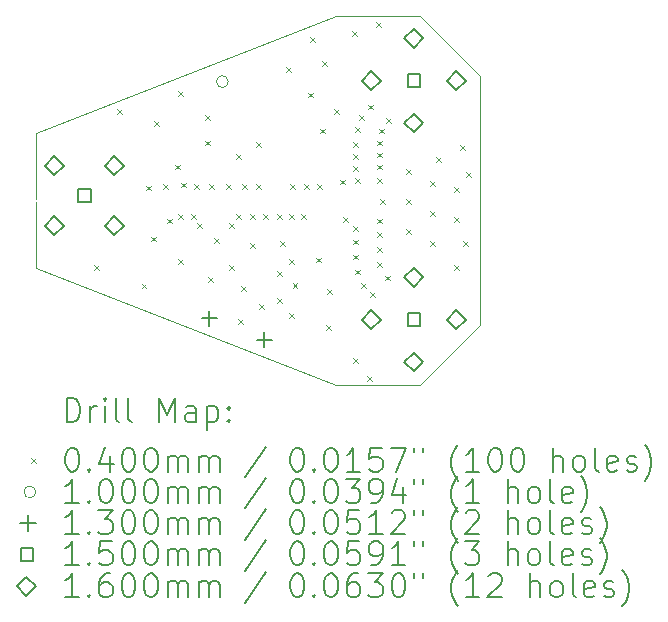
<source format=gbr>
%TF.GenerationSoftware,KiCad,Pcbnew,7.0.5*%
%TF.CreationDate,2023-11-04T19:56:53-04:00*%
%TF.ProjectId,Switch,53776974-6368-42e6-9b69-6361645f7063,rev?*%
%TF.SameCoordinates,Original*%
%TF.FileFunction,Drillmap*%
%TF.FilePolarity,Positive*%
%FSLAX45Y45*%
G04 Gerber Fmt 4.5, Leading zero omitted, Abs format (unit mm)*
G04 Created by KiCad (PCBNEW 7.0.5) date 2023-11-04 19:56:53*
%MOMM*%
%LPD*%
G01*
G04 APERTURE LIST*
%ADD10C,0.100000*%
%ADD11C,0.200000*%
%ADD12C,0.040000*%
%ADD13C,0.130000*%
%ADD14C,0.150000*%
%ADD15C,0.160000*%
G04 APERTURE END LIST*
D10*
X16306800Y-6756400D02*
X13766800Y-7747000D01*
X17526000Y-9372600D02*
X17018000Y-9880600D01*
X17526000Y-7264400D02*
X17018000Y-6756400D01*
X17018000Y-6756400D02*
X16306800Y-6756400D01*
X16306800Y-9880600D02*
X13766800Y-8890000D01*
X17526000Y-8305800D02*
X17526000Y-9372600D01*
X13766800Y-7747000D02*
X13766800Y-8305800D01*
X17526000Y-8280400D02*
X17526000Y-8369300D01*
X17018000Y-9880600D02*
X16306800Y-9880600D01*
X17526000Y-8331200D02*
X17526000Y-7264400D01*
X13766800Y-8890000D02*
X13766800Y-8331200D01*
D11*
D12*
X14254800Y-8870000D02*
X14294800Y-8910000D01*
X14294800Y-8870000D02*
X14254800Y-8910000D01*
X14449764Y-7546443D02*
X14489764Y-7586443D01*
X14489764Y-7546443D02*
X14449764Y-7586443D01*
X14658522Y-9025145D02*
X14698522Y-9065145D01*
X14698522Y-9025145D02*
X14658522Y-9065145D01*
X14699300Y-8196900D02*
X14739300Y-8236900D01*
X14739300Y-8196900D02*
X14699300Y-8236900D01*
X14737400Y-8628700D02*
X14777400Y-8668700D01*
X14777400Y-8628700D02*
X14737400Y-8668700D01*
X14762800Y-7650800D02*
X14802800Y-7690800D01*
X14802800Y-7650800D02*
X14762800Y-7690800D01*
X14839000Y-8184200D02*
X14879000Y-8224200D01*
X14879000Y-8184200D02*
X14839000Y-8224200D01*
X14877100Y-8476300D02*
X14917100Y-8516300D01*
X14917100Y-8476300D02*
X14877100Y-8516300D01*
X14940600Y-8019100D02*
X14980600Y-8059100D01*
X14980600Y-8019100D02*
X14940600Y-8059100D01*
X14966000Y-7396800D02*
X15006000Y-7436800D01*
X15006000Y-7396800D02*
X14966000Y-7436800D01*
X14966000Y-8438200D02*
X15006000Y-8478200D01*
X15006000Y-8438200D02*
X14966000Y-8478200D01*
X14966000Y-8819200D02*
X15006000Y-8859200D01*
X15006000Y-8819200D02*
X14966000Y-8859200D01*
X14991400Y-8171500D02*
X15031400Y-8211500D01*
X15031400Y-8171500D02*
X14991400Y-8211500D01*
X15080300Y-8438200D02*
X15120300Y-8478200D01*
X15120300Y-8438200D02*
X15080300Y-8478200D01*
X15105700Y-8184200D02*
X15145700Y-8224200D01*
X15145700Y-8184200D02*
X15105700Y-8224200D01*
X15131100Y-8514400D02*
X15171100Y-8554400D01*
X15171100Y-8514400D02*
X15131100Y-8554400D01*
X15194600Y-7600000D02*
X15234600Y-7640000D01*
X15234600Y-7600000D02*
X15194600Y-7640000D01*
X15194600Y-7815900D02*
X15234600Y-7855900D01*
X15234600Y-7815900D02*
X15194600Y-7855900D01*
X15220000Y-8971600D02*
X15260000Y-9011600D01*
X15260000Y-8971600D02*
X15220000Y-9011600D01*
X15232700Y-8184200D02*
X15272700Y-8224200D01*
X15272700Y-8184200D02*
X15232700Y-8224200D01*
X15270800Y-8641400D02*
X15310800Y-8681400D01*
X15310800Y-8641400D02*
X15270800Y-8681400D01*
X15372400Y-8184200D02*
X15412400Y-8224200D01*
X15412400Y-8184200D02*
X15372400Y-8224200D01*
X15397800Y-8514400D02*
X15437800Y-8554400D01*
X15437800Y-8514400D02*
X15397800Y-8554400D01*
X15397800Y-8870000D02*
X15437800Y-8910000D01*
X15437800Y-8870000D02*
X15397800Y-8910000D01*
X15461300Y-7930200D02*
X15501300Y-7970200D01*
X15501300Y-7930200D02*
X15461300Y-7970200D01*
X15461300Y-8438200D02*
X15501300Y-8478200D01*
X15501300Y-8438200D02*
X15461300Y-8478200D01*
X15474000Y-9327200D02*
X15514000Y-9367200D01*
X15514000Y-9327200D02*
X15474000Y-9367200D01*
X15499400Y-9047800D02*
X15539400Y-9087800D01*
X15539400Y-9047800D02*
X15499400Y-9087800D01*
X15512100Y-8184200D02*
X15552100Y-8224200D01*
X15552100Y-8184200D02*
X15512100Y-8224200D01*
X15574247Y-8684925D02*
X15614247Y-8724925D01*
X15614247Y-8684925D02*
X15574247Y-8724925D01*
X15575600Y-8438200D02*
X15615600Y-8478200D01*
X15615600Y-8438200D02*
X15575600Y-8478200D01*
X15626400Y-7828600D02*
X15666400Y-7868600D01*
X15666400Y-7828600D02*
X15626400Y-7868600D01*
X15626400Y-8184200D02*
X15666400Y-8224200D01*
X15666400Y-8184200D02*
X15626400Y-8224200D01*
X15651800Y-9200200D02*
X15691800Y-9240200D01*
X15691800Y-9200200D02*
X15651800Y-9240200D01*
X15689900Y-8438200D02*
X15729900Y-8478200D01*
X15729900Y-8438200D02*
X15689900Y-8478200D01*
X15804200Y-8438200D02*
X15844200Y-8478200D01*
X15844200Y-8438200D02*
X15804200Y-8478200D01*
X15804200Y-8920800D02*
X15844200Y-8960800D01*
X15844200Y-8920800D02*
X15804200Y-8960800D01*
X15804200Y-9149400D02*
X15844200Y-9189400D01*
X15844200Y-9149400D02*
X15804200Y-9189400D01*
X15829600Y-8666800D02*
X15869600Y-8706800D01*
X15869600Y-8666800D02*
X15829600Y-8706800D01*
X15880400Y-7193600D02*
X15920400Y-7233600D01*
X15920400Y-7193600D02*
X15880400Y-7233600D01*
X15905800Y-8438200D02*
X15945800Y-8478200D01*
X15945800Y-8438200D02*
X15905800Y-8478200D01*
X15905800Y-8819200D02*
X15945800Y-8859200D01*
X15945800Y-8819200D02*
X15905800Y-8859200D01*
X15905800Y-9276400D02*
X15945800Y-9316400D01*
X15945800Y-9276400D02*
X15905800Y-9316400D01*
X15918500Y-8184200D02*
X15958500Y-8224200D01*
X15958500Y-8184200D02*
X15918500Y-8224200D01*
X15936666Y-9019678D02*
X15976666Y-9059678D01*
X15976666Y-9019678D02*
X15936666Y-9059678D01*
X16007400Y-8438200D02*
X16047400Y-8478200D01*
X16047400Y-8438200D02*
X16007400Y-8478200D01*
X16032800Y-8184200D02*
X16072800Y-8224200D01*
X16072800Y-8184200D02*
X16032800Y-8224200D01*
X16070900Y-7409500D02*
X16110900Y-7449500D01*
X16110900Y-7409500D02*
X16070900Y-7449500D01*
X16083600Y-6939600D02*
X16123600Y-6979600D01*
X16123600Y-6939600D02*
X16083600Y-6979600D01*
X16134400Y-8806500D02*
X16174400Y-8846500D01*
X16174400Y-8806500D02*
X16134400Y-8846500D01*
X16147100Y-8184200D02*
X16187100Y-8224200D01*
X16187100Y-8184200D02*
X16147100Y-8224200D01*
X16172500Y-7714300D02*
X16212500Y-7754300D01*
X16212500Y-7714300D02*
X16172500Y-7754300D01*
X16185200Y-7142800D02*
X16225200Y-7182800D01*
X16225200Y-7142800D02*
X16185200Y-7182800D01*
X16223300Y-9378000D02*
X16263300Y-9418000D01*
X16263300Y-9378000D02*
X16223300Y-9418000D01*
X16231165Y-9070376D02*
X16271165Y-9110376D01*
X16271165Y-9070376D02*
X16231165Y-9110376D01*
X16286800Y-7549200D02*
X16326800Y-7589200D01*
X16326800Y-7549200D02*
X16286800Y-7589200D01*
X16337600Y-8146100D02*
X16377600Y-8186100D01*
X16377600Y-8146100D02*
X16337600Y-8186100D01*
X16363000Y-8463600D02*
X16403000Y-8503600D01*
X16403000Y-8463600D02*
X16363000Y-8503600D01*
X16439200Y-6888800D02*
X16479200Y-6928800D01*
X16479200Y-6888800D02*
X16439200Y-6928800D01*
X16451900Y-7828600D02*
X16491900Y-7868600D01*
X16491900Y-7828600D02*
X16451900Y-7868600D01*
X16451900Y-7930200D02*
X16491900Y-7970200D01*
X16491900Y-7930200D02*
X16451900Y-7970200D01*
X16451900Y-8031800D02*
X16491900Y-8071800D01*
X16491900Y-8031800D02*
X16451900Y-8071800D01*
X16451900Y-8539800D02*
X16491900Y-8579800D01*
X16491900Y-8539800D02*
X16451900Y-8579800D01*
X16451900Y-8654100D02*
X16491900Y-8694100D01*
X16491900Y-8654100D02*
X16451900Y-8694100D01*
X16451900Y-8781100D02*
X16491900Y-8821100D01*
X16491900Y-8781100D02*
X16451900Y-8821100D01*
X16451900Y-9657400D02*
X16491900Y-9697400D01*
X16491900Y-9657400D02*
X16451900Y-9697400D01*
X16464600Y-7701600D02*
X16504600Y-7741600D01*
X16504600Y-7701600D02*
X16464600Y-7741600D01*
X16464600Y-8133400D02*
X16504600Y-8173400D01*
X16504600Y-8133400D02*
X16464600Y-8173400D01*
X16464600Y-8908100D02*
X16504600Y-8948100D01*
X16504600Y-8908100D02*
X16464600Y-8948100D01*
X16502700Y-7600000D02*
X16542700Y-7640000D01*
X16542700Y-7600000D02*
X16502700Y-7640000D01*
X16515400Y-9022400D02*
X16555400Y-9062400D01*
X16555400Y-9022400D02*
X16515400Y-9062400D01*
X16566200Y-9809800D02*
X16606200Y-9849800D01*
X16606200Y-9809800D02*
X16566200Y-9849800D01*
X16578900Y-7511100D02*
X16618900Y-7551100D01*
X16618900Y-7511100D02*
X16578900Y-7551100D01*
X16591600Y-9098600D02*
X16631600Y-9138600D01*
X16631600Y-9098600D02*
X16591600Y-9138600D01*
X16642400Y-6812600D02*
X16682400Y-6852600D01*
X16682400Y-6812600D02*
X16642400Y-6852600D01*
X16655100Y-7815900D02*
X16695100Y-7855900D01*
X16695100Y-7815900D02*
X16655100Y-7855900D01*
X16655100Y-7917500D02*
X16695100Y-7957500D01*
X16695100Y-7917500D02*
X16655100Y-7957500D01*
X16655100Y-8019100D02*
X16695100Y-8059100D01*
X16695100Y-8019100D02*
X16655100Y-8059100D01*
X16655100Y-8133400D02*
X16695100Y-8173400D01*
X16695100Y-8133400D02*
X16655100Y-8173400D01*
X16655100Y-8476300D02*
X16695100Y-8516300D01*
X16695100Y-8476300D02*
X16655100Y-8516300D01*
X16655100Y-8590600D02*
X16695100Y-8630600D01*
X16695100Y-8590600D02*
X16655100Y-8630600D01*
X16655100Y-8717600D02*
X16695100Y-8757600D01*
X16695100Y-8717600D02*
X16655100Y-8757600D01*
X16655100Y-8844600D02*
X16695100Y-8884600D01*
X16695100Y-8844600D02*
X16655100Y-8884600D01*
X16667800Y-7714300D02*
X16707800Y-7754300D01*
X16707800Y-7714300D02*
X16667800Y-7754300D01*
X16680500Y-8311200D02*
X16720500Y-8351200D01*
X16720500Y-8311200D02*
X16680500Y-8351200D01*
X16718600Y-8958900D02*
X16758600Y-8998900D01*
X16758600Y-8958900D02*
X16718600Y-8998900D01*
X16731300Y-7625400D02*
X16771300Y-7665400D01*
X16771300Y-7625400D02*
X16731300Y-7665400D01*
X16896400Y-8057200D02*
X16936400Y-8097200D01*
X16936400Y-8057200D02*
X16896400Y-8097200D01*
X16896400Y-8311200D02*
X16936400Y-8351200D01*
X16936400Y-8311200D02*
X16896400Y-8351200D01*
X16896400Y-8565200D02*
X16936400Y-8605200D01*
X16936400Y-8565200D02*
X16896400Y-8605200D01*
X17099600Y-8158800D02*
X17139600Y-8198800D01*
X17139600Y-8158800D02*
X17099600Y-8198800D01*
X17099600Y-8412800D02*
X17139600Y-8452800D01*
X17139600Y-8412800D02*
X17099600Y-8452800D01*
X17099600Y-8666800D02*
X17139600Y-8706800D01*
X17139600Y-8666800D02*
X17099600Y-8706800D01*
X17150400Y-7955600D02*
X17190400Y-7995600D01*
X17190400Y-7955600D02*
X17150400Y-7995600D01*
X17302800Y-8209600D02*
X17342800Y-8249600D01*
X17342800Y-8209600D02*
X17302800Y-8249600D01*
X17302800Y-8463600D02*
X17342800Y-8503600D01*
X17342800Y-8463600D02*
X17302800Y-8503600D01*
X17302800Y-8870000D02*
X17342800Y-8910000D01*
X17342800Y-8870000D02*
X17302800Y-8910000D01*
X17353600Y-7854000D02*
X17393600Y-7894000D01*
X17393600Y-7854000D02*
X17353600Y-7894000D01*
X17379000Y-8666800D02*
X17419000Y-8706800D01*
X17419000Y-8666800D02*
X17379000Y-8706800D01*
X17404400Y-8082600D02*
X17444400Y-8122600D01*
X17444400Y-8082600D02*
X17404400Y-8122600D01*
D10*
X15391600Y-7315200D02*
G75*
G03*
X15391600Y-7315200I-50000J0D01*
G01*
D13*
X15230410Y-9255416D02*
X15230410Y-9385416D01*
X15165410Y-9320416D02*
X15295410Y-9320416D01*
X15697200Y-9434600D02*
X15697200Y-9564600D01*
X15632200Y-9499600D02*
X15762200Y-9499600D01*
D14*
X14226233Y-8333433D02*
X14226233Y-8227366D01*
X14120166Y-8227366D01*
X14120166Y-8333433D01*
X14226233Y-8333433D01*
X17015786Y-7359981D02*
X17015786Y-7253914D01*
X16909719Y-7253914D01*
X16909719Y-7359981D01*
X17015786Y-7359981D01*
X17015786Y-9383086D02*
X17015786Y-9277019D01*
X16909719Y-9277019D01*
X16909719Y-9383086D01*
X17015786Y-9383086D01*
D15*
X13919200Y-8106400D02*
X13999200Y-8026400D01*
X13919200Y-7946400D01*
X13839200Y-8026400D01*
X13919200Y-8106400D01*
X13919200Y-8614400D02*
X13999200Y-8534400D01*
X13919200Y-8454400D01*
X13839200Y-8534400D01*
X13919200Y-8614400D01*
X14427200Y-8106400D02*
X14507200Y-8026400D01*
X14427200Y-7946400D01*
X14347200Y-8026400D01*
X14427200Y-8106400D01*
X14427200Y-8614400D02*
X14507200Y-8534400D01*
X14427200Y-8454400D01*
X14347200Y-8534400D01*
X14427200Y-8614400D01*
X16603542Y-7386948D02*
X16683542Y-7306948D01*
X16603542Y-7226948D01*
X16523542Y-7306948D01*
X16603542Y-7386948D01*
X16603542Y-9410053D02*
X16683542Y-9330053D01*
X16603542Y-9250053D01*
X16523542Y-9330053D01*
X16603542Y-9410053D01*
X16962753Y-7027737D02*
X17042753Y-6947737D01*
X16962753Y-6867737D01*
X16882753Y-6947737D01*
X16962753Y-7027737D01*
X16962753Y-7746158D02*
X17042753Y-7666158D01*
X16962753Y-7586158D01*
X16882753Y-7666158D01*
X16962753Y-7746158D01*
X16962753Y-9050842D02*
X17042753Y-8970842D01*
X16962753Y-8890842D01*
X16882753Y-8970842D01*
X16962753Y-9050842D01*
X16962753Y-9769263D02*
X17042753Y-9689263D01*
X16962753Y-9609263D01*
X16882753Y-9689263D01*
X16962753Y-9769263D01*
X17321963Y-7386948D02*
X17401963Y-7306948D01*
X17321963Y-7226948D01*
X17241963Y-7306948D01*
X17321963Y-7386948D01*
X17321963Y-9410053D02*
X17401963Y-9330053D01*
X17321963Y-9250053D01*
X17241963Y-9330053D01*
X17321963Y-9410053D01*
D11*
X14022577Y-10197084D02*
X14022577Y-9997084D01*
X14022577Y-9997084D02*
X14070196Y-9997084D01*
X14070196Y-9997084D02*
X14098767Y-10006608D01*
X14098767Y-10006608D02*
X14117815Y-10025655D01*
X14117815Y-10025655D02*
X14127339Y-10044703D01*
X14127339Y-10044703D02*
X14136862Y-10082798D01*
X14136862Y-10082798D02*
X14136862Y-10111370D01*
X14136862Y-10111370D02*
X14127339Y-10149465D01*
X14127339Y-10149465D02*
X14117815Y-10168512D01*
X14117815Y-10168512D02*
X14098767Y-10187560D01*
X14098767Y-10187560D02*
X14070196Y-10197084D01*
X14070196Y-10197084D02*
X14022577Y-10197084D01*
X14222577Y-10197084D02*
X14222577Y-10063750D01*
X14222577Y-10101846D02*
X14232101Y-10082798D01*
X14232101Y-10082798D02*
X14241624Y-10073274D01*
X14241624Y-10073274D02*
X14260672Y-10063750D01*
X14260672Y-10063750D02*
X14279720Y-10063750D01*
X14346386Y-10197084D02*
X14346386Y-10063750D01*
X14346386Y-9997084D02*
X14336862Y-10006608D01*
X14336862Y-10006608D02*
X14346386Y-10016131D01*
X14346386Y-10016131D02*
X14355910Y-10006608D01*
X14355910Y-10006608D02*
X14346386Y-9997084D01*
X14346386Y-9997084D02*
X14346386Y-10016131D01*
X14470196Y-10197084D02*
X14451148Y-10187560D01*
X14451148Y-10187560D02*
X14441624Y-10168512D01*
X14441624Y-10168512D02*
X14441624Y-9997084D01*
X14574958Y-10197084D02*
X14555910Y-10187560D01*
X14555910Y-10187560D02*
X14546386Y-10168512D01*
X14546386Y-10168512D02*
X14546386Y-9997084D01*
X14803529Y-10197084D02*
X14803529Y-9997084D01*
X14803529Y-9997084D02*
X14870196Y-10139941D01*
X14870196Y-10139941D02*
X14936862Y-9997084D01*
X14936862Y-9997084D02*
X14936862Y-10197084D01*
X15117815Y-10197084D02*
X15117815Y-10092322D01*
X15117815Y-10092322D02*
X15108291Y-10073274D01*
X15108291Y-10073274D02*
X15089243Y-10063750D01*
X15089243Y-10063750D02*
X15051148Y-10063750D01*
X15051148Y-10063750D02*
X15032101Y-10073274D01*
X15117815Y-10187560D02*
X15098767Y-10197084D01*
X15098767Y-10197084D02*
X15051148Y-10197084D01*
X15051148Y-10197084D02*
X15032101Y-10187560D01*
X15032101Y-10187560D02*
X15022577Y-10168512D01*
X15022577Y-10168512D02*
X15022577Y-10149465D01*
X15022577Y-10149465D02*
X15032101Y-10130417D01*
X15032101Y-10130417D02*
X15051148Y-10120893D01*
X15051148Y-10120893D02*
X15098767Y-10120893D01*
X15098767Y-10120893D02*
X15117815Y-10111370D01*
X15213053Y-10063750D02*
X15213053Y-10263750D01*
X15213053Y-10073274D02*
X15232101Y-10063750D01*
X15232101Y-10063750D02*
X15270196Y-10063750D01*
X15270196Y-10063750D02*
X15289243Y-10073274D01*
X15289243Y-10073274D02*
X15298767Y-10082798D01*
X15298767Y-10082798D02*
X15308291Y-10101846D01*
X15308291Y-10101846D02*
X15308291Y-10158989D01*
X15308291Y-10158989D02*
X15298767Y-10178036D01*
X15298767Y-10178036D02*
X15289243Y-10187560D01*
X15289243Y-10187560D02*
X15270196Y-10197084D01*
X15270196Y-10197084D02*
X15232101Y-10197084D01*
X15232101Y-10197084D02*
X15213053Y-10187560D01*
X15394005Y-10178036D02*
X15403529Y-10187560D01*
X15403529Y-10187560D02*
X15394005Y-10197084D01*
X15394005Y-10197084D02*
X15384482Y-10187560D01*
X15384482Y-10187560D02*
X15394005Y-10178036D01*
X15394005Y-10178036D02*
X15394005Y-10197084D01*
X15394005Y-10073274D02*
X15403529Y-10082798D01*
X15403529Y-10082798D02*
X15394005Y-10092322D01*
X15394005Y-10092322D02*
X15384482Y-10082798D01*
X15384482Y-10082798D02*
X15394005Y-10073274D01*
X15394005Y-10073274D02*
X15394005Y-10092322D01*
D12*
X13721800Y-10505600D02*
X13761800Y-10545600D01*
X13761800Y-10505600D02*
X13721800Y-10545600D01*
D11*
X14060672Y-10417084D02*
X14079720Y-10417084D01*
X14079720Y-10417084D02*
X14098767Y-10426608D01*
X14098767Y-10426608D02*
X14108291Y-10436131D01*
X14108291Y-10436131D02*
X14117815Y-10455179D01*
X14117815Y-10455179D02*
X14127339Y-10493274D01*
X14127339Y-10493274D02*
X14127339Y-10540893D01*
X14127339Y-10540893D02*
X14117815Y-10578989D01*
X14117815Y-10578989D02*
X14108291Y-10598036D01*
X14108291Y-10598036D02*
X14098767Y-10607560D01*
X14098767Y-10607560D02*
X14079720Y-10617084D01*
X14079720Y-10617084D02*
X14060672Y-10617084D01*
X14060672Y-10617084D02*
X14041624Y-10607560D01*
X14041624Y-10607560D02*
X14032101Y-10598036D01*
X14032101Y-10598036D02*
X14022577Y-10578989D01*
X14022577Y-10578989D02*
X14013053Y-10540893D01*
X14013053Y-10540893D02*
X14013053Y-10493274D01*
X14013053Y-10493274D02*
X14022577Y-10455179D01*
X14022577Y-10455179D02*
X14032101Y-10436131D01*
X14032101Y-10436131D02*
X14041624Y-10426608D01*
X14041624Y-10426608D02*
X14060672Y-10417084D01*
X14213053Y-10598036D02*
X14222577Y-10607560D01*
X14222577Y-10607560D02*
X14213053Y-10617084D01*
X14213053Y-10617084D02*
X14203529Y-10607560D01*
X14203529Y-10607560D02*
X14213053Y-10598036D01*
X14213053Y-10598036D02*
X14213053Y-10617084D01*
X14394005Y-10483750D02*
X14394005Y-10617084D01*
X14346386Y-10407560D02*
X14298767Y-10550417D01*
X14298767Y-10550417D02*
X14422577Y-10550417D01*
X14536862Y-10417084D02*
X14555910Y-10417084D01*
X14555910Y-10417084D02*
X14574958Y-10426608D01*
X14574958Y-10426608D02*
X14584482Y-10436131D01*
X14584482Y-10436131D02*
X14594005Y-10455179D01*
X14594005Y-10455179D02*
X14603529Y-10493274D01*
X14603529Y-10493274D02*
X14603529Y-10540893D01*
X14603529Y-10540893D02*
X14594005Y-10578989D01*
X14594005Y-10578989D02*
X14584482Y-10598036D01*
X14584482Y-10598036D02*
X14574958Y-10607560D01*
X14574958Y-10607560D02*
X14555910Y-10617084D01*
X14555910Y-10617084D02*
X14536862Y-10617084D01*
X14536862Y-10617084D02*
X14517815Y-10607560D01*
X14517815Y-10607560D02*
X14508291Y-10598036D01*
X14508291Y-10598036D02*
X14498767Y-10578989D01*
X14498767Y-10578989D02*
X14489243Y-10540893D01*
X14489243Y-10540893D02*
X14489243Y-10493274D01*
X14489243Y-10493274D02*
X14498767Y-10455179D01*
X14498767Y-10455179D02*
X14508291Y-10436131D01*
X14508291Y-10436131D02*
X14517815Y-10426608D01*
X14517815Y-10426608D02*
X14536862Y-10417084D01*
X14727339Y-10417084D02*
X14746386Y-10417084D01*
X14746386Y-10417084D02*
X14765434Y-10426608D01*
X14765434Y-10426608D02*
X14774958Y-10436131D01*
X14774958Y-10436131D02*
X14784482Y-10455179D01*
X14784482Y-10455179D02*
X14794005Y-10493274D01*
X14794005Y-10493274D02*
X14794005Y-10540893D01*
X14794005Y-10540893D02*
X14784482Y-10578989D01*
X14784482Y-10578989D02*
X14774958Y-10598036D01*
X14774958Y-10598036D02*
X14765434Y-10607560D01*
X14765434Y-10607560D02*
X14746386Y-10617084D01*
X14746386Y-10617084D02*
X14727339Y-10617084D01*
X14727339Y-10617084D02*
X14708291Y-10607560D01*
X14708291Y-10607560D02*
X14698767Y-10598036D01*
X14698767Y-10598036D02*
X14689243Y-10578989D01*
X14689243Y-10578989D02*
X14679720Y-10540893D01*
X14679720Y-10540893D02*
X14679720Y-10493274D01*
X14679720Y-10493274D02*
X14689243Y-10455179D01*
X14689243Y-10455179D02*
X14698767Y-10436131D01*
X14698767Y-10436131D02*
X14708291Y-10426608D01*
X14708291Y-10426608D02*
X14727339Y-10417084D01*
X14879720Y-10617084D02*
X14879720Y-10483750D01*
X14879720Y-10502798D02*
X14889243Y-10493274D01*
X14889243Y-10493274D02*
X14908291Y-10483750D01*
X14908291Y-10483750D02*
X14936863Y-10483750D01*
X14936863Y-10483750D02*
X14955910Y-10493274D01*
X14955910Y-10493274D02*
X14965434Y-10512322D01*
X14965434Y-10512322D02*
X14965434Y-10617084D01*
X14965434Y-10512322D02*
X14974958Y-10493274D01*
X14974958Y-10493274D02*
X14994005Y-10483750D01*
X14994005Y-10483750D02*
X15022577Y-10483750D01*
X15022577Y-10483750D02*
X15041624Y-10493274D01*
X15041624Y-10493274D02*
X15051148Y-10512322D01*
X15051148Y-10512322D02*
X15051148Y-10617084D01*
X15146386Y-10617084D02*
X15146386Y-10483750D01*
X15146386Y-10502798D02*
X15155910Y-10493274D01*
X15155910Y-10493274D02*
X15174958Y-10483750D01*
X15174958Y-10483750D02*
X15203529Y-10483750D01*
X15203529Y-10483750D02*
X15222577Y-10493274D01*
X15222577Y-10493274D02*
X15232101Y-10512322D01*
X15232101Y-10512322D02*
X15232101Y-10617084D01*
X15232101Y-10512322D02*
X15241624Y-10493274D01*
X15241624Y-10493274D02*
X15260672Y-10483750D01*
X15260672Y-10483750D02*
X15289243Y-10483750D01*
X15289243Y-10483750D02*
X15308291Y-10493274D01*
X15308291Y-10493274D02*
X15317815Y-10512322D01*
X15317815Y-10512322D02*
X15317815Y-10617084D01*
X15708291Y-10407560D02*
X15536863Y-10664703D01*
X15965434Y-10417084D02*
X15984482Y-10417084D01*
X15984482Y-10417084D02*
X16003529Y-10426608D01*
X16003529Y-10426608D02*
X16013053Y-10436131D01*
X16013053Y-10436131D02*
X16022577Y-10455179D01*
X16022577Y-10455179D02*
X16032101Y-10493274D01*
X16032101Y-10493274D02*
X16032101Y-10540893D01*
X16032101Y-10540893D02*
X16022577Y-10578989D01*
X16022577Y-10578989D02*
X16013053Y-10598036D01*
X16013053Y-10598036D02*
X16003529Y-10607560D01*
X16003529Y-10607560D02*
X15984482Y-10617084D01*
X15984482Y-10617084D02*
X15965434Y-10617084D01*
X15965434Y-10617084D02*
X15946386Y-10607560D01*
X15946386Y-10607560D02*
X15936863Y-10598036D01*
X15936863Y-10598036D02*
X15927339Y-10578989D01*
X15927339Y-10578989D02*
X15917815Y-10540893D01*
X15917815Y-10540893D02*
X15917815Y-10493274D01*
X15917815Y-10493274D02*
X15927339Y-10455179D01*
X15927339Y-10455179D02*
X15936863Y-10436131D01*
X15936863Y-10436131D02*
X15946386Y-10426608D01*
X15946386Y-10426608D02*
X15965434Y-10417084D01*
X16117815Y-10598036D02*
X16127339Y-10607560D01*
X16127339Y-10607560D02*
X16117815Y-10617084D01*
X16117815Y-10617084D02*
X16108291Y-10607560D01*
X16108291Y-10607560D02*
X16117815Y-10598036D01*
X16117815Y-10598036D02*
X16117815Y-10617084D01*
X16251148Y-10417084D02*
X16270196Y-10417084D01*
X16270196Y-10417084D02*
X16289244Y-10426608D01*
X16289244Y-10426608D02*
X16298767Y-10436131D01*
X16298767Y-10436131D02*
X16308291Y-10455179D01*
X16308291Y-10455179D02*
X16317815Y-10493274D01*
X16317815Y-10493274D02*
X16317815Y-10540893D01*
X16317815Y-10540893D02*
X16308291Y-10578989D01*
X16308291Y-10578989D02*
X16298767Y-10598036D01*
X16298767Y-10598036D02*
X16289244Y-10607560D01*
X16289244Y-10607560D02*
X16270196Y-10617084D01*
X16270196Y-10617084D02*
X16251148Y-10617084D01*
X16251148Y-10617084D02*
X16232101Y-10607560D01*
X16232101Y-10607560D02*
X16222577Y-10598036D01*
X16222577Y-10598036D02*
X16213053Y-10578989D01*
X16213053Y-10578989D02*
X16203529Y-10540893D01*
X16203529Y-10540893D02*
X16203529Y-10493274D01*
X16203529Y-10493274D02*
X16213053Y-10455179D01*
X16213053Y-10455179D02*
X16222577Y-10436131D01*
X16222577Y-10436131D02*
X16232101Y-10426608D01*
X16232101Y-10426608D02*
X16251148Y-10417084D01*
X16508291Y-10617084D02*
X16394006Y-10617084D01*
X16451148Y-10617084D02*
X16451148Y-10417084D01*
X16451148Y-10417084D02*
X16432101Y-10445655D01*
X16432101Y-10445655D02*
X16413053Y-10464703D01*
X16413053Y-10464703D02*
X16394006Y-10474227D01*
X16689244Y-10417084D02*
X16594006Y-10417084D01*
X16594006Y-10417084D02*
X16584482Y-10512322D01*
X16584482Y-10512322D02*
X16594006Y-10502798D01*
X16594006Y-10502798D02*
X16613053Y-10493274D01*
X16613053Y-10493274D02*
X16660672Y-10493274D01*
X16660672Y-10493274D02*
X16679720Y-10502798D01*
X16679720Y-10502798D02*
X16689244Y-10512322D01*
X16689244Y-10512322D02*
X16698767Y-10531370D01*
X16698767Y-10531370D02*
X16698767Y-10578989D01*
X16698767Y-10578989D02*
X16689244Y-10598036D01*
X16689244Y-10598036D02*
X16679720Y-10607560D01*
X16679720Y-10607560D02*
X16660672Y-10617084D01*
X16660672Y-10617084D02*
X16613053Y-10617084D01*
X16613053Y-10617084D02*
X16594006Y-10607560D01*
X16594006Y-10607560D02*
X16584482Y-10598036D01*
X16765434Y-10417084D02*
X16898768Y-10417084D01*
X16898768Y-10417084D02*
X16813053Y-10617084D01*
X16965434Y-10417084D02*
X16965434Y-10455179D01*
X17041625Y-10417084D02*
X17041625Y-10455179D01*
X17336863Y-10693274D02*
X17327339Y-10683750D01*
X17327339Y-10683750D02*
X17308291Y-10655179D01*
X17308291Y-10655179D02*
X17298768Y-10636131D01*
X17298768Y-10636131D02*
X17289244Y-10607560D01*
X17289244Y-10607560D02*
X17279720Y-10559941D01*
X17279720Y-10559941D02*
X17279720Y-10521846D01*
X17279720Y-10521846D02*
X17289244Y-10474227D01*
X17289244Y-10474227D02*
X17298768Y-10445655D01*
X17298768Y-10445655D02*
X17308291Y-10426608D01*
X17308291Y-10426608D02*
X17327339Y-10398036D01*
X17327339Y-10398036D02*
X17336863Y-10388512D01*
X17517815Y-10617084D02*
X17403530Y-10617084D01*
X17460672Y-10617084D02*
X17460672Y-10417084D01*
X17460672Y-10417084D02*
X17441625Y-10445655D01*
X17441625Y-10445655D02*
X17422577Y-10464703D01*
X17422577Y-10464703D02*
X17403530Y-10474227D01*
X17641625Y-10417084D02*
X17660672Y-10417084D01*
X17660672Y-10417084D02*
X17679720Y-10426608D01*
X17679720Y-10426608D02*
X17689244Y-10436131D01*
X17689244Y-10436131D02*
X17698768Y-10455179D01*
X17698768Y-10455179D02*
X17708291Y-10493274D01*
X17708291Y-10493274D02*
X17708291Y-10540893D01*
X17708291Y-10540893D02*
X17698768Y-10578989D01*
X17698768Y-10578989D02*
X17689244Y-10598036D01*
X17689244Y-10598036D02*
X17679720Y-10607560D01*
X17679720Y-10607560D02*
X17660672Y-10617084D01*
X17660672Y-10617084D02*
X17641625Y-10617084D01*
X17641625Y-10617084D02*
X17622577Y-10607560D01*
X17622577Y-10607560D02*
X17613053Y-10598036D01*
X17613053Y-10598036D02*
X17603530Y-10578989D01*
X17603530Y-10578989D02*
X17594006Y-10540893D01*
X17594006Y-10540893D02*
X17594006Y-10493274D01*
X17594006Y-10493274D02*
X17603530Y-10455179D01*
X17603530Y-10455179D02*
X17613053Y-10436131D01*
X17613053Y-10436131D02*
X17622577Y-10426608D01*
X17622577Y-10426608D02*
X17641625Y-10417084D01*
X17832101Y-10417084D02*
X17851149Y-10417084D01*
X17851149Y-10417084D02*
X17870196Y-10426608D01*
X17870196Y-10426608D02*
X17879720Y-10436131D01*
X17879720Y-10436131D02*
X17889244Y-10455179D01*
X17889244Y-10455179D02*
X17898768Y-10493274D01*
X17898768Y-10493274D02*
X17898768Y-10540893D01*
X17898768Y-10540893D02*
X17889244Y-10578989D01*
X17889244Y-10578989D02*
X17879720Y-10598036D01*
X17879720Y-10598036D02*
X17870196Y-10607560D01*
X17870196Y-10607560D02*
X17851149Y-10617084D01*
X17851149Y-10617084D02*
X17832101Y-10617084D01*
X17832101Y-10617084D02*
X17813053Y-10607560D01*
X17813053Y-10607560D02*
X17803530Y-10598036D01*
X17803530Y-10598036D02*
X17794006Y-10578989D01*
X17794006Y-10578989D02*
X17784482Y-10540893D01*
X17784482Y-10540893D02*
X17784482Y-10493274D01*
X17784482Y-10493274D02*
X17794006Y-10455179D01*
X17794006Y-10455179D02*
X17803530Y-10436131D01*
X17803530Y-10436131D02*
X17813053Y-10426608D01*
X17813053Y-10426608D02*
X17832101Y-10417084D01*
X18136863Y-10617084D02*
X18136863Y-10417084D01*
X18222577Y-10617084D02*
X18222577Y-10512322D01*
X18222577Y-10512322D02*
X18213053Y-10493274D01*
X18213053Y-10493274D02*
X18194006Y-10483750D01*
X18194006Y-10483750D02*
X18165434Y-10483750D01*
X18165434Y-10483750D02*
X18146387Y-10493274D01*
X18146387Y-10493274D02*
X18136863Y-10502798D01*
X18346387Y-10617084D02*
X18327339Y-10607560D01*
X18327339Y-10607560D02*
X18317815Y-10598036D01*
X18317815Y-10598036D02*
X18308292Y-10578989D01*
X18308292Y-10578989D02*
X18308292Y-10521846D01*
X18308292Y-10521846D02*
X18317815Y-10502798D01*
X18317815Y-10502798D02*
X18327339Y-10493274D01*
X18327339Y-10493274D02*
X18346387Y-10483750D01*
X18346387Y-10483750D02*
X18374958Y-10483750D01*
X18374958Y-10483750D02*
X18394006Y-10493274D01*
X18394006Y-10493274D02*
X18403530Y-10502798D01*
X18403530Y-10502798D02*
X18413053Y-10521846D01*
X18413053Y-10521846D02*
X18413053Y-10578989D01*
X18413053Y-10578989D02*
X18403530Y-10598036D01*
X18403530Y-10598036D02*
X18394006Y-10607560D01*
X18394006Y-10607560D02*
X18374958Y-10617084D01*
X18374958Y-10617084D02*
X18346387Y-10617084D01*
X18527339Y-10617084D02*
X18508292Y-10607560D01*
X18508292Y-10607560D02*
X18498768Y-10588512D01*
X18498768Y-10588512D02*
X18498768Y-10417084D01*
X18679720Y-10607560D02*
X18660673Y-10617084D01*
X18660673Y-10617084D02*
X18622577Y-10617084D01*
X18622577Y-10617084D02*
X18603530Y-10607560D01*
X18603530Y-10607560D02*
X18594006Y-10588512D01*
X18594006Y-10588512D02*
X18594006Y-10512322D01*
X18594006Y-10512322D02*
X18603530Y-10493274D01*
X18603530Y-10493274D02*
X18622577Y-10483750D01*
X18622577Y-10483750D02*
X18660673Y-10483750D01*
X18660673Y-10483750D02*
X18679720Y-10493274D01*
X18679720Y-10493274D02*
X18689244Y-10512322D01*
X18689244Y-10512322D02*
X18689244Y-10531370D01*
X18689244Y-10531370D02*
X18594006Y-10550417D01*
X18765434Y-10607560D02*
X18784482Y-10617084D01*
X18784482Y-10617084D02*
X18822577Y-10617084D01*
X18822577Y-10617084D02*
X18841625Y-10607560D01*
X18841625Y-10607560D02*
X18851149Y-10588512D01*
X18851149Y-10588512D02*
X18851149Y-10578989D01*
X18851149Y-10578989D02*
X18841625Y-10559941D01*
X18841625Y-10559941D02*
X18822577Y-10550417D01*
X18822577Y-10550417D02*
X18794006Y-10550417D01*
X18794006Y-10550417D02*
X18774958Y-10540893D01*
X18774958Y-10540893D02*
X18765434Y-10521846D01*
X18765434Y-10521846D02*
X18765434Y-10512322D01*
X18765434Y-10512322D02*
X18774958Y-10493274D01*
X18774958Y-10493274D02*
X18794006Y-10483750D01*
X18794006Y-10483750D02*
X18822577Y-10483750D01*
X18822577Y-10483750D02*
X18841625Y-10493274D01*
X18917815Y-10693274D02*
X18927339Y-10683750D01*
X18927339Y-10683750D02*
X18946387Y-10655179D01*
X18946387Y-10655179D02*
X18955911Y-10636131D01*
X18955911Y-10636131D02*
X18965434Y-10607560D01*
X18965434Y-10607560D02*
X18974958Y-10559941D01*
X18974958Y-10559941D02*
X18974958Y-10521846D01*
X18974958Y-10521846D02*
X18965434Y-10474227D01*
X18965434Y-10474227D02*
X18955911Y-10445655D01*
X18955911Y-10445655D02*
X18946387Y-10426608D01*
X18946387Y-10426608D02*
X18927339Y-10398036D01*
X18927339Y-10398036D02*
X18917815Y-10388512D01*
D10*
X13761800Y-10789600D02*
G75*
G03*
X13761800Y-10789600I-50000J0D01*
G01*
D11*
X14127339Y-10881084D02*
X14013053Y-10881084D01*
X14070196Y-10881084D02*
X14070196Y-10681084D01*
X14070196Y-10681084D02*
X14051148Y-10709655D01*
X14051148Y-10709655D02*
X14032101Y-10728703D01*
X14032101Y-10728703D02*
X14013053Y-10738227D01*
X14213053Y-10862036D02*
X14222577Y-10871560D01*
X14222577Y-10871560D02*
X14213053Y-10881084D01*
X14213053Y-10881084D02*
X14203529Y-10871560D01*
X14203529Y-10871560D02*
X14213053Y-10862036D01*
X14213053Y-10862036D02*
X14213053Y-10881084D01*
X14346386Y-10681084D02*
X14365434Y-10681084D01*
X14365434Y-10681084D02*
X14384482Y-10690608D01*
X14384482Y-10690608D02*
X14394005Y-10700131D01*
X14394005Y-10700131D02*
X14403529Y-10719179D01*
X14403529Y-10719179D02*
X14413053Y-10757274D01*
X14413053Y-10757274D02*
X14413053Y-10804893D01*
X14413053Y-10804893D02*
X14403529Y-10842989D01*
X14403529Y-10842989D02*
X14394005Y-10862036D01*
X14394005Y-10862036D02*
X14384482Y-10871560D01*
X14384482Y-10871560D02*
X14365434Y-10881084D01*
X14365434Y-10881084D02*
X14346386Y-10881084D01*
X14346386Y-10881084D02*
X14327339Y-10871560D01*
X14327339Y-10871560D02*
X14317815Y-10862036D01*
X14317815Y-10862036D02*
X14308291Y-10842989D01*
X14308291Y-10842989D02*
X14298767Y-10804893D01*
X14298767Y-10804893D02*
X14298767Y-10757274D01*
X14298767Y-10757274D02*
X14308291Y-10719179D01*
X14308291Y-10719179D02*
X14317815Y-10700131D01*
X14317815Y-10700131D02*
X14327339Y-10690608D01*
X14327339Y-10690608D02*
X14346386Y-10681084D01*
X14536862Y-10681084D02*
X14555910Y-10681084D01*
X14555910Y-10681084D02*
X14574958Y-10690608D01*
X14574958Y-10690608D02*
X14584482Y-10700131D01*
X14584482Y-10700131D02*
X14594005Y-10719179D01*
X14594005Y-10719179D02*
X14603529Y-10757274D01*
X14603529Y-10757274D02*
X14603529Y-10804893D01*
X14603529Y-10804893D02*
X14594005Y-10842989D01*
X14594005Y-10842989D02*
X14584482Y-10862036D01*
X14584482Y-10862036D02*
X14574958Y-10871560D01*
X14574958Y-10871560D02*
X14555910Y-10881084D01*
X14555910Y-10881084D02*
X14536862Y-10881084D01*
X14536862Y-10881084D02*
X14517815Y-10871560D01*
X14517815Y-10871560D02*
X14508291Y-10862036D01*
X14508291Y-10862036D02*
X14498767Y-10842989D01*
X14498767Y-10842989D02*
X14489243Y-10804893D01*
X14489243Y-10804893D02*
X14489243Y-10757274D01*
X14489243Y-10757274D02*
X14498767Y-10719179D01*
X14498767Y-10719179D02*
X14508291Y-10700131D01*
X14508291Y-10700131D02*
X14517815Y-10690608D01*
X14517815Y-10690608D02*
X14536862Y-10681084D01*
X14727339Y-10681084D02*
X14746386Y-10681084D01*
X14746386Y-10681084D02*
X14765434Y-10690608D01*
X14765434Y-10690608D02*
X14774958Y-10700131D01*
X14774958Y-10700131D02*
X14784482Y-10719179D01*
X14784482Y-10719179D02*
X14794005Y-10757274D01*
X14794005Y-10757274D02*
X14794005Y-10804893D01*
X14794005Y-10804893D02*
X14784482Y-10842989D01*
X14784482Y-10842989D02*
X14774958Y-10862036D01*
X14774958Y-10862036D02*
X14765434Y-10871560D01*
X14765434Y-10871560D02*
X14746386Y-10881084D01*
X14746386Y-10881084D02*
X14727339Y-10881084D01*
X14727339Y-10881084D02*
X14708291Y-10871560D01*
X14708291Y-10871560D02*
X14698767Y-10862036D01*
X14698767Y-10862036D02*
X14689243Y-10842989D01*
X14689243Y-10842989D02*
X14679720Y-10804893D01*
X14679720Y-10804893D02*
X14679720Y-10757274D01*
X14679720Y-10757274D02*
X14689243Y-10719179D01*
X14689243Y-10719179D02*
X14698767Y-10700131D01*
X14698767Y-10700131D02*
X14708291Y-10690608D01*
X14708291Y-10690608D02*
X14727339Y-10681084D01*
X14879720Y-10881084D02*
X14879720Y-10747750D01*
X14879720Y-10766798D02*
X14889243Y-10757274D01*
X14889243Y-10757274D02*
X14908291Y-10747750D01*
X14908291Y-10747750D02*
X14936863Y-10747750D01*
X14936863Y-10747750D02*
X14955910Y-10757274D01*
X14955910Y-10757274D02*
X14965434Y-10776322D01*
X14965434Y-10776322D02*
X14965434Y-10881084D01*
X14965434Y-10776322D02*
X14974958Y-10757274D01*
X14974958Y-10757274D02*
X14994005Y-10747750D01*
X14994005Y-10747750D02*
X15022577Y-10747750D01*
X15022577Y-10747750D02*
X15041624Y-10757274D01*
X15041624Y-10757274D02*
X15051148Y-10776322D01*
X15051148Y-10776322D02*
X15051148Y-10881084D01*
X15146386Y-10881084D02*
X15146386Y-10747750D01*
X15146386Y-10766798D02*
X15155910Y-10757274D01*
X15155910Y-10757274D02*
X15174958Y-10747750D01*
X15174958Y-10747750D02*
X15203529Y-10747750D01*
X15203529Y-10747750D02*
X15222577Y-10757274D01*
X15222577Y-10757274D02*
X15232101Y-10776322D01*
X15232101Y-10776322D02*
X15232101Y-10881084D01*
X15232101Y-10776322D02*
X15241624Y-10757274D01*
X15241624Y-10757274D02*
X15260672Y-10747750D01*
X15260672Y-10747750D02*
X15289243Y-10747750D01*
X15289243Y-10747750D02*
X15308291Y-10757274D01*
X15308291Y-10757274D02*
X15317815Y-10776322D01*
X15317815Y-10776322D02*
X15317815Y-10881084D01*
X15708291Y-10671560D02*
X15536863Y-10928703D01*
X15965434Y-10681084D02*
X15984482Y-10681084D01*
X15984482Y-10681084D02*
X16003529Y-10690608D01*
X16003529Y-10690608D02*
X16013053Y-10700131D01*
X16013053Y-10700131D02*
X16022577Y-10719179D01*
X16022577Y-10719179D02*
X16032101Y-10757274D01*
X16032101Y-10757274D02*
X16032101Y-10804893D01*
X16032101Y-10804893D02*
X16022577Y-10842989D01*
X16022577Y-10842989D02*
X16013053Y-10862036D01*
X16013053Y-10862036D02*
X16003529Y-10871560D01*
X16003529Y-10871560D02*
X15984482Y-10881084D01*
X15984482Y-10881084D02*
X15965434Y-10881084D01*
X15965434Y-10881084D02*
X15946386Y-10871560D01*
X15946386Y-10871560D02*
X15936863Y-10862036D01*
X15936863Y-10862036D02*
X15927339Y-10842989D01*
X15927339Y-10842989D02*
X15917815Y-10804893D01*
X15917815Y-10804893D02*
X15917815Y-10757274D01*
X15917815Y-10757274D02*
X15927339Y-10719179D01*
X15927339Y-10719179D02*
X15936863Y-10700131D01*
X15936863Y-10700131D02*
X15946386Y-10690608D01*
X15946386Y-10690608D02*
X15965434Y-10681084D01*
X16117815Y-10862036D02*
X16127339Y-10871560D01*
X16127339Y-10871560D02*
X16117815Y-10881084D01*
X16117815Y-10881084D02*
X16108291Y-10871560D01*
X16108291Y-10871560D02*
X16117815Y-10862036D01*
X16117815Y-10862036D02*
X16117815Y-10881084D01*
X16251148Y-10681084D02*
X16270196Y-10681084D01*
X16270196Y-10681084D02*
X16289244Y-10690608D01*
X16289244Y-10690608D02*
X16298767Y-10700131D01*
X16298767Y-10700131D02*
X16308291Y-10719179D01*
X16308291Y-10719179D02*
X16317815Y-10757274D01*
X16317815Y-10757274D02*
X16317815Y-10804893D01*
X16317815Y-10804893D02*
X16308291Y-10842989D01*
X16308291Y-10842989D02*
X16298767Y-10862036D01*
X16298767Y-10862036D02*
X16289244Y-10871560D01*
X16289244Y-10871560D02*
X16270196Y-10881084D01*
X16270196Y-10881084D02*
X16251148Y-10881084D01*
X16251148Y-10881084D02*
X16232101Y-10871560D01*
X16232101Y-10871560D02*
X16222577Y-10862036D01*
X16222577Y-10862036D02*
X16213053Y-10842989D01*
X16213053Y-10842989D02*
X16203529Y-10804893D01*
X16203529Y-10804893D02*
X16203529Y-10757274D01*
X16203529Y-10757274D02*
X16213053Y-10719179D01*
X16213053Y-10719179D02*
X16222577Y-10700131D01*
X16222577Y-10700131D02*
X16232101Y-10690608D01*
X16232101Y-10690608D02*
X16251148Y-10681084D01*
X16384482Y-10681084D02*
X16508291Y-10681084D01*
X16508291Y-10681084D02*
X16441625Y-10757274D01*
X16441625Y-10757274D02*
X16470196Y-10757274D01*
X16470196Y-10757274D02*
X16489244Y-10766798D01*
X16489244Y-10766798D02*
X16498767Y-10776322D01*
X16498767Y-10776322D02*
X16508291Y-10795370D01*
X16508291Y-10795370D02*
X16508291Y-10842989D01*
X16508291Y-10842989D02*
X16498767Y-10862036D01*
X16498767Y-10862036D02*
X16489244Y-10871560D01*
X16489244Y-10871560D02*
X16470196Y-10881084D01*
X16470196Y-10881084D02*
X16413053Y-10881084D01*
X16413053Y-10881084D02*
X16394006Y-10871560D01*
X16394006Y-10871560D02*
X16384482Y-10862036D01*
X16603529Y-10881084D02*
X16641625Y-10881084D01*
X16641625Y-10881084D02*
X16660672Y-10871560D01*
X16660672Y-10871560D02*
X16670196Y-10862036D01*
X16670196Y-10862036D02*
X16689244Y-10833465D01*
X16689244Y-10833465D02*
X16698767Y-10795370D01*
X16698767Y-10795370D02*
X16698767Y-10719179D01*
X16698767Y-10719179D02*
X16689244Y-10700131D01*
X16689244Y-10700131D02*
X16679720Y-10690608D01*
X16679720Y-10690608D02*
X16660672Y-10681084D01*
X16660672Y-10681084D02*
X16622577Y-10681084D01*
X16622577Y-10681084D02*
X16603529Y-10690608D01*
X16603529Y-10690608D02*
X16594006Y-10700131D01*
X16594006Y-10700131D02*
X16584482Y-10719179D01*
X16584482Y-10719179D02*
X16584482Y-10766798D01*
X16584482Y-10766798D02*
X16594006Y-10785846D01*
X16594006Y-10785846D02*
X16603529Y-10795370D01*
X16603529Y-10795370D02*
X16622577Y-10804893D01*
X16622577Y-10804893D02*
X16660672Y-10804893D01*
X16660672Y-10804893D02*
X16679720Y-10795370D01*
X16679720Y-10795370D02*
X16689244Y-10785846D01*
X16689244Y-10785846D02*
X16698767Y-10766798D01*
X16870196Y-10747750D02*
X16870196Y-10881084D01*
X16822577Y-10671560D02*
X16774958Y-10814417D01*
X16774958Y-10814417D02*
X16898768Y-10814417D01*
X16965434Y-10681084D02*
X16965434Y-10719179D01*
X17041625Y-10681084D02*
X17041625Y-10719179D01*
X17336863Y-10957274D02*
X17327339Y-10947750D01*
X17327339Y-10947750D02*
X17308291Y-10919179D01*
X17308291Y-10919179D02*
X17298768Y-10900131D01*
X17298768Y-10900131D02*
X17289244Y-10871560D01*
X17289244Y-10871560D02*
X17279720Y-10823941D01*
X17279720Y-10823941D02*
X17279720Y-10785846D01*
X17279720Y-10785846D02*
X17289244Y-10738227D01*
X17289244Y-10738227D02*
X17298768Y-10709655D01*
X17298768Y-10709655D02*
X17308291Y-10690608D01*
X17308291Y-10690608D02*
X17327339Y-10662036D01*
X17327339Y-10662036D02*
X17336863Y-10652512D01*
X17517815Y-10881084D02*
X17403530Y-10881084D01*
X17460672Y-10881084D02*
X17460672Y-10681084D01*
X17460672Y-10681084D02*
X17441625Y-10709655D01*
X17441625Y-10709655D02*
X17422577Y-10728703D01*
X17422577Y-10728703D02*
X17403530Y-10738227D01*
X17755911Y-10881084D02*
X17755911Y-10681084D01*
X17841625Y-10881084D02*
X17841625Y-10776322D01*
X17841625Y-10776322D02*
X17832101Y-10757274D01*
X17832101Y-10757274D02*
X17813053Y-10747750D01*
X17813053Y-10747750D02*
X17784482Y-10747750D01*
X17784482Y-10747750D02*
X17765434Y-10757274D01*
X17765434Y-10757274D02*
X17755911Y-10766798D01*
X17965434Y-10881084D02*
X17946387Y-10871560D01*
X17946387Y-10871560D02*
X17936863Y-10862036D01*
X17936863Y-10862036D02*
X17927339Y-10842989D01*
X17927339Y-10842989D02*
X17927339Y-10785846D01*
X17927339Y-10785846D02*
X17936863Y-10766798D01*
X17936863Y-10766798D02*
X17946387Y-10757274D01*
X17946387Y-10757274D02*
X17965434Y-10747750D01*
X17965434Y-10747750D02*
X17994006Y-10747750D01*
X17994006Y-10747750D02*
X18013053Y-10757274D01*
X18013053Y-10757274D02*
X18022577Y-10766798D01*
X18022577Y-10766798D02*
X18032101Y-10785846D01*
X18032101Y-10785846D02*
X18032101Y-10842989D01*
X18032101Y-10842989D02*
X18022577Y-10862036D01*
X18022577Y-10862036D02*
X18013053Y-10871560D01*
X18013053Y-10871560D02*
X17994006Y-10881084D01*
X17994006Y-10881084D02*
X17965434Y-10881084D01*
X18146387Y-10881084D02*
X18127339Y-10871560D01*
X18127339Y-10871560D02*
X18117815Y-10852512D01*
X18117815Y-10852512D02*
X18117815Y-10681084D01*
X18298768Y-10871560D02*
X18279720Y-10881084D01*
X18279720Y-10881084D02*
X18241625Y-10881084D01*
X18241625Y-10881084D02*
X18222577Y-10871560D01*
X18222577Y-10871560D02*
X18213053Y-10852512D01*
X18213053Y-10852512D02*
X18213053Y-10776322D01*
X18213053Y-10776322D02*
X18222577Y-10757274D01*
X18222577Y-10757274D02*
X18241625Y-10747750D01*
X18241625Y-10747750D02*
X18279720Y-10747750D01*
X18279720Y-10747750D02*
X18298768Y-10757274D01*
X18298768Y-10757274D02*
X18308292Y-10776322D01*
X18308292Y-10776322D02*
X18308292Y-10795370D01*
X18308292Y-10795370D02*
X18213053Y-10814417D01*
X18374958Y-10957274D02*
X18384482Y-10947750D01*
X18384482Y-10947750D02*
X18403530Y-10919179D01*
X18403530Y-10919179D02*
X18413053Y-10900131D01*
X18413053Y-10900131D02*
X18422577Y-10871560D01*
X18422577Y-10871560D02*
X18432101Y-10823941D01*
X18432101Y-10823941D02*
X18432101Y-10785846D01*
X18432101Y-10785846D02*
X18422577Y-10738227D01*
X18422577Y-10738227D02*
X18413053Y-10709655D01*
X18413053Y-10709655D02*
X18403530Y-10690608D01*
X18403530Y-10690608D02*
X18384482Y-10662036D01*
X18384482Y-10662036D02*
X18374958Y-10652512D01*
D13*
X13696800Y-10988600D02*
X13696800Y-11118600D01*
X13631800Y-11053600D02*
X13761800Y-11053600D01*
D11*
X14127339Y-11145084D02*
X14013053Y-11145084D01*
X14070196Y-11145084D02*
X14070196Y-10945084D01*
X14070196Y-10945084D02*
X14051148Y-10973655D01*
X14051148Y-10973655D02*
X14032101Y-10992703D01*
X14032101Y-10992703D02*
X14013053Y-11002227D01*
X14213053Y-11126036D02*
X14222577Y-11135560D01*
X14222577Y-11135560D02*
X14213053Y-11145084D01*
X14213053Y-11145084D02*
X14203529Y-11135560D01*
X14203529Y-11135560D02*
X14213053Y-11126036D01*
X14213053Y-11126036D02*
X14213053Y-11145084D01*
X14289243Y-10945084D02*
X14413053Y-10945084D01*
X14413053Y-10945084D02*
X14346386Y-11021274D01*
X14346386Y-11021274D02*
X14374958Y-11021274D01*
X14374958Y-11021274D02*
X14394005Y-11030798D01*
X14394005Y-11030798D02*
X14403529Y-11040322D01*
X14403529Y-11040322D02*
X14413053Y-11059370D01*
X14413053Y-11059370D02*
X14413053Y-11106989D01*
X14413053Y-11106989D02*
X14403529Y-11126036D01*
X14403529Y-11126036D02*
X14394005Y-11135560D01*
X14394005Y-11135560D02*
X14374958Y-11145084D01*
X14374958Y-11145084D02*
X14317815Y-11145084D01*
X14317815Y-11145084D02*
X14298767Y-11135560D01*
X14298767Y-11135560D02*
X14289243Y-11126036D01*
X14536862Y-10945084D02*
X14555910Y-10945084D01*
X14555910Y-10945084D02*
X14574958Y-10954608D01*
X14574958Y-10954608D02*
X14584482Y-10964131D01*
X14584482Y-10964131D02*
X14594005Y-10983179D01*
X14594005Y-10983179D02*
X14603529Y-11021274D01*
X14603529Y-11021274D02*
X14603529Y-11068893D01*
X14603529Y-11068893D02*
X14594005Y-11106989D01*
X14594005Y-11106989D02*
X14584482Y-11126036D01*
X14584482Y-11126036D02*
X14574958Y-11135560D01*
X14574958Y-11135560D02*
X14555910Y-11145084D01*
X14555910Y-11145084D02*
X14536862Y-11145084D01*
X14536862Y-11145084D02*
X14517815Y-11135560D01*
X14517815Y-11135560D02*
X14508291Y-11126036D01*
X14508291Y-11126036D02*
X14498767Y-11106989D01*
X14498767Y-11106989D02*
X14489243Y-11068893D01*
X14489243Y-11068893D02*
X14489243Y-11021274D01*
X14489243Y-11021274D02*
X14498767Y-10983179D01*
X14498767Y-10983179D02*
X14508291Y-10964131D01*
X14508291Y-10964131D02*
X14517815Y-10954608D01*
X14517815Y-10954608D02*
X14536862Y-10945084D01*
X14727339Y-10945084D02*
X14746386Y-10945084D01*
X14746386Y-10945084D02*
X14765434Y-10954608D01*
X14765434Y-10954608D02*
X14774958Y-10964131D01*
X14774958Y-10964131D02*
X14784482Y-10983179D01*
X14784482Y-10983179D02*
X14794005Y-11021274D01*
X14794005Y-11021274D02*
X14794005Y-11068893D01*
X14794005Y-11068893D02*
X14784482Y-11106989D01*
X14784482Y-11106989D02*
X14774958Y-11126036D01*
X14774958Y-11126036D02*
X14765434Y-11135560D01*
X14765434Y-11135560D02*
X14746386Y-11145084D01*
X14746386Y-11145084D02*
X14727339Y-11145084D01*
X14727339Y-11145084D02*
X14708291Y-11135560D01*
X14708291Y-11135560D02*
X14698767Y-11126036D01*
X14698767Y-11126036D02*
X14689243Y-11106989D01*
X14689243Y-11106989D02*
X14679720Y-11068893D01*
X14679720Y-11068893D02*
X14679720Y-11021274D01*
X14679720Y-11021274D02*
X14689243Y-10983179D01*
X14689243Y-10983179D02*
X14698767Y-10964131D01*
X14698767Y-10964131D02*
X14708291Y-10954608D01*
X14708291Y-10954608D02*
X14727339Y-10945084D01*
X14879720Y-11145084D02*
X14879720Y-11011750D01*
X14879720Y-11030798D02*
X14889243Y-11021274D01*
X14889243Y-11021274D02*
X14908291Y-11011750D01*
X14908291Y-11011750D02*
X14936863Y-11011750D01*
X14936863Y-11011750D02*
X14955910Y-11021274D01*
X14955910Y-11021274D02*
X14965434Y-11040322D01*
X14965434Y-11040322D02*
X14965434Y-11145084D01*
X14965434Y-11040322D02*
X14974958Y-11021274D01*
X14974958Y-11021274D02*
X14994005Y-11011750D01*
X14994005Y-11011750D02*
X15022577Y-11011750D01*
X15022577Y-11011750D02*
X15041624Y-11021274D01*
X15041624Y-11021274D02*
X15051148Y-11040322D01*
X15051148Y-11040322D02*
X15051148Y-11145084D01*
X15146386Y-11145084D02*
X15146386Y-11011750D01*
X15146386Y-11030798D02*
X15155910Y-11021274D01*
X15155910Y-11021274D02*
X15174958Y-11011750D01*
X15174958Y-11011750D02*
X15203529Y-11011750D01*
X15203529Y-11011750D02*
X15222577Y-11021274D01*
X15222577Y-11021274D02*
X15232101Y-11040322D01*
X15232101Y-11040322D02*
X15232101Y-11145084D01*
X15232101Y-11040322D02*
X15241624Y-11021274D01*
X15241624Y-11021274D02*
X15260672Y-11011750D01*
X15260672Y-11011750D02*
X15289243Y-11011750D01*
X15289243Y-11011750D02*
X15308291Y-11021274D01*
X15308291Y-11021274D02*
X15317815Y-11040322D01*
X15317815Y-11040322D02*
X15317815Y-11145084D01*
X15708291Y-10935560D02*
X15536863Y-11192703D01*
X15965434Y-10945084D02*
X15984482Y-10945084D01*
X15984482Y-10945084D02*
X16003529Y-10954608D01*
X16003529Y-10954608D02*
X16013053Y-10964131D01*
X16013053Y-10964131D02*
X16022577Y-10983179D01*
X16022577Y-10983179D02*
X16032101Y-11021274D01*
X16032101Y-11021274D02*
X16032101Y-11068893D01*
X16032101Y-11068893D02*
X16022577Y-11106989D01*
X16022577Y-11106989D02*
X16013053Y-11126036D01*
X16013053Y-11126036D02*
X16003529Y-11135560D01*
X16003529Y-11135560D02*
X15984482Y-11145084D01*
X15984482Y-11145084D02*
X15965434Y-11145084D01*
X15965434Y-11145084D02*
X15946386Y-11135560D01*
X15946386Y-11135560D02*
X15936863Y-11126036D01*
X15936863Y-11126036D02*
X15927339Y-11106989D01*
X15927339Y-11106989D02*
X15917815Y-11068893D01*
X15917815Y-11068893D02*
X15917815Y-11021274D01*
X15917815Y-11021274D02*
X15927339Y-10983179D01*
X15927339Y-10983179D02*
X15936863Y-10964131D01*
X15936863Y-10964131D02*
X15946386Y-10954608D01*
X15946386Y-10954608D02*
X15965434Y-10945084D01*
X16117815Y-11126036D02*
X16127339Y-11135560D01*
X16127339Y-11135560D02*
X16117815Y-11145084D01*
X16117815Y-11145084D02*
X16108291Y-11135560D01*
X16108291Y-11135560D02*
X16117815Y-11126036D01*
X16117815Y-11126036D02*
X16117815Y-11145084D01*
X16251148Y-10945084D02*
X16270196Y-10945084D01*
X16270196Y-10945084D02*
X16289244Y-10954608D01*
X16289244Y-10954608D02*
X16298767Y-10964131D01*
X16298767Y-10964131D02*
X16308291Y-10983179D01*
X16308291Y-10983179D02*
X16317815Y-11021274D01*
X16317815Y-11021274D02*
X16317815Y-11068893D01*
X16317815Y-11068893D02*
X16308291Y-11106989D01*
X16308291Y-11106989D02*
X16298767Y-11126036D01*
X16298767Y-11126036D02*
X16289244Y-11135560D01*
X16289244Y-11135560D02*
X16270196Y-11145084D01*
X16270196Y-11145084D02*
X16251148Y-11145084D01*
X16251148Y-11145084D02*
X16232101Y-11135560D01*
X16232101Y-11135560D02*
X16222577Y-11126036D01*
X16222577Y-11126036D02*
X16213053Y-11106989D01*
X16213053Y-11106989D02*
X16203529Y-11068893D01*
X16203529Y-11068893D02*
X16203529Y-11021274D01*
X16203529Y-11021274D02*
X16213053Y-10983179D01*
X16213053Y-10983179D02*
X16222577Y-10964131D01*
X16222577Y-10964131D02*
X16232101Y-10954608D01*
X16232101Y-10954608D02*
X16251148Y-10945084D01*
X16498767Y-10945084D02*
X16403529Y-10945084D01*
X16403529Y-10945084D02*
X16394006Y-11040322D01*
X16394006Y-11040322D02*
X16403529Y-11030798D01*
X16403529Y-11030798D02*
X16422577Y-11021274D01*
X16422577Y-11021274D02*
X16470196Y-11021274D01*
X16470196Y-11021274D02*
X16489244Y-11030798D01*
X16489244Y-11030798D02*
X16498767Y-11040322D01*
X16498767Y-11040322D02*
X16508291Y-11059370D01*
X16508291Y-11059370D02*
X16508291Y-11106989D01*
X16508291Y-11106989D02*
X16498767Y-11126036D01*
X16498767Y-11126036D02*
X16489244Y-11135560D01*
X16489244Y-11135560D02*
X16470196Y-11145084D01*
X16470196Y-11145084D02*
X16422577Y-11145084D01*
X16422577Y-11145084D02*
X16403529Y-11135560D01*
X16403529Y-11135560D02*
X16394006Y-11126036D01*
X16698767Y-11145084D02*
X16584482Y-11145084D01*
X16641625Y-11145084D02*
X16641625Y-10945084D01*
X16641625Y-10945084D02*
X16622577Y-10973655D01*
X16622577Y-10973655D02*
X16603529Y-10992703D01*
X16603529Y-10992703D02*
X16584482Y-11002227D01*
X16774958Y-10964131D02*
X16784482Y-10954608D01*
X16784482Y-10954608D02*
X16803529Y-10945084D01*
X16803529Y-10945084D02*
X16851149Y-10945084D01*
X16851149Y-10945084D02*
X16870196Y-10954608D01*
X16870196Y-10954608D02*
X16879720Y-10964131D01*
X16879720Y-10964131D02*
X16889244Y-10983179D01*
X16889244Y-10983179D02*
X16889244Y-11002227D01*
X16889244Y-11002227D02*
X16879720Y-11030798D01*
X16879720Y-11030798D02*
X16765434Y-11145084D01*
X16765434Y-11145084D02*
X16889244Y-11145084D01*
X16965434Y-10945084D02*
X16965434Y-10983179D01*
X17041625Y-10945084D02*
X17041625Y-10983179D01*
X17336863Y-11221274D02*
X17327339Y-11211750D01*
X17327339Y-11211750D02*
X17308291Y-11183179D01*
X17308291Y-11183179D02*
X17298768Y-11164131D01*
X17298768Y-11164131D02*
X17289244Y-11135560D01*
X17289244Y-11135560D02*
X17279720Y-11087941D01*
X17279720Y-11087941D02*
X17279720Y-11049846D01*
X17279720Y-11049846D02*
X17289244Y-11002227D01*
X17289244Y-11002227D02*
X17298768Y-10973655D01*
X17298768Y-10973655D02*
X17308291Y-10954608D01*
X17308291Y-10954608D02*
X17327339Y-10926036D01*
X17327339Y-10926036D02*
X17336863Y-10916512D01*
X17403530Y-10964131D02*
X17413053Y-10954608D01*
X17413053Y-10954608D02*
X17432101Y-10945084D01*
X17432101Y-10945084D02*
X17479720Y-10945084D01*
X17479720Y-10945084D02*
X17498768Y-10954608D01*
X17498768Y-10954608D02*
X17508291Y-10964131D01*
X17508291Y-10964131D02*
X17517815Y-10983179D01*
X17517815Y-10983179D02*
X17517815Y-11002227D01*
X17517815Y-11002227D02*
X17508291Y-11030798D01*
X17508291Y-11030798D02*
X17394006Y-11145084D01*
X17394006Y-11145084D02*
X17517815Y-11145084D01*
X17755911Y-11145084D02*
X17755911Y-10945084D01*
X17841625Y-11145084D02*
X17841625Y-11040322D01*
X17841625Y-11040322D02*
X17832101Y-11021274D01*
X17832101Y-11021274D02*
X17813053Y-11011750D01*
X17813053Y-11011750D02*
X17784482Y-11011750D01*
X17784482Y-11011750D02*
X17765434Y-11021274D01*
X17765434Y-11021274D02*
X17755911Y-11030798D01*
X17965434Y-11145084D02*
X17946387Y-11135560D01*
X17946387Y-11135560D02*
X17936863Y-11126036D01*
X17936863Y-11126036D02*
X17927339Y-11106989D01*
X17927339Y-11106989D02*
X17927339Y-11049846D01*
X17927339Y-11049846D02*
X17936863Y-11030798D01*
X17936863Y-11030798D02*
X17946387Y-11021274D01*
X17946387Y-11021274D02*
X17965434Y-11011750D01*
X17965434Y-11011750D02*
X17994006Y-11011750D01*
X17994006Y-11011750D02*
X18013053Y-11021274D01*
X18013053Y-11021274D02*
X18022577Y-11030798D01*
X18022577Y-11030798D02*
X18032101Y-11049846D01*
X18032101Y-11049846D02*
X18032101Y-11106989D01*
X18032101Y-11106989D02*
X18022577Y-11126036D01*
X18022577Y-11126036D02*
X18013053Y-11135560D01*
X18013053Y-11135560D02*
X17994006Y-11145084D01*
X17994006Y-11145084D02*
X17965434Y-11145084D01*
X18146387Y-11145084D02*
X18127339Y-11135560D01*
X18127339Y-11135560D02*
X18117815Y-11116512D01*
X18117815Y-11116512D02*
X18117815Y-10945084D01*
X18298768Y-11135560D02*
X18279720Y-11145084D01*
X18279720Y-11145084D02*
X18241625Y-11145084D01*
X18241625Y-11145084D02*
X18222577Y-11135560D01*
X18222577Y-11135560D02*
X18213053Y-11116512D01*
X18213053Y-11116512D02*
X18213053Y-11040322D01*
X18213053Y-11040322D02*
X18222577Y-11021274D01*
X18222577Y-11021274D02*
X18241625Y-11011750D01*
X18241625Y-11011750D02*
X18279720Y-11011750D01*
X18279720Y-11011750D02*
X18298768Y-11021274D01*
X18298768Y-11021274D02*
X18308292Y-11040322D01*
X18308292Y-11040322D02*
X18308292Y-11059370D01*
X18308292Y-11059370D02*
X18213053Y-11078417D01*
X18384482Y-11135560D02*
X18403530Y-11145084D01*
X18403530Y-11145084D02*
X18441625Y-11145084D01*
X18441625Y-11145084D02*
X18460673Y-11135560D01*
X18460673Y-11135560D02*
X18470196Y-11116512D01*
X18470196Y-11116512D02*
X18470196Y-11106989D01*
X18470196Y-11106989D02*
X18460673Y-11087941D01*
X18460673Y-11087941D02*
X18441625Y-11078417D01*
X18441625Y-11078417D02*
X18413053Y-11078417D01*
X18413053Y-11078417D02*
X18394006Y-11068893D01*
X18394006Y-11068893D02*
X18384482Y-11049846D01*
X18384482Y-11049846D02*
X18384482Y-11040322D01*
X18384482Y-11040322D02*
X18394006Y-11021274D01*
X18394006Y-11021274D02*
X18413053Y-11011750D01*
X18413053Y-11011750D02*
X18441625Y-11011750D01*
X18441625Y-11011750D02*
X18460673Y-11021274D01*
X18536863Y-11221274D02*
X18546387Y-11211750D01*
X18546387Y-11211750D02*
X18565434Y-11183179D01*
X18565434Y-11183179D02*
X18574958Y-11164131D01*
X18574958Y-11164131D02*
X18584482Y-11135560D01*
X18584482Y-11135560D02*
X18594006Y-11087941D01*
X18594006Y-11087941D02*
X18594006Y-11049846D01*
X18594006Y-11049846D02*
X18584482Y-11002227D01*
X18584482Y-11002227D02*
X18574958Y-10973655D01*
X18574958Y-10973655D02*
X18565434Y-10954608D01*
X18565434Y-10954608D02*
X18546387Y-10926036D01*
X18546387Y-10926036D02*
X18536863Y-10916512D01*
D14*
X13739833Y-11370633D02*
X13739833Y-11264566D01*
X13633766Y-11264566D01*
X13633766Y-11370633D01*
X13739833Y-11370633D01*
D11*
X14127339Y-11409084D02*
X14013053Y-11409084D01*
X14070196Y-11409084D02*
X14070196Y-11209084D01*
X14070196Y-11209084D02*
X14051148Y-11237655D01*
X14051148Y-11237655D02*
X14032101Y-11256703D01*
X14032101Y-11256703D02*
X14013053Y-11266227D01*
X14213053Y-11390036D02*
X14222577Y-11399560D01*
X14222577Y-11399560D02*
X14213053Y-11409084D01*
X14213053Y-11409084D02*
X14203529Y-11399560D01*
X14203529Y-11399560D02*
X14213053Y-11390036D01*
X14213053Y-11390036D02*
X14213053Y-11409084D01*
X14403529Y-11209084D02*
X14308291Y-11209084D01*
X14308291Y-11209084D02*
X14298767Y-11304322D01*
X14298767Y-11304322D02*
X14308291Y-11294798D01*
X14308291Y-11294798D02*
X14327339Y-11285274D01*
X14327339Y-11285274D02*
X14374958Y-11285274D01*
X14374958Y-11285274D02*
X14394005Y-11294798D01*
X14394005Y-11294798D02*
X14403529Y-11304322D01*
X14403529Y-11304322D02*
X14413053Y-11323369D01*
X14413053Y-11323369D02*
X14413053Y-11370988D01*
X14413053Y-11370988D02*
X14403529Y-11390036D01*
X14403529Y-11390036D02*
X14394005Y-11399560D01*
X14394005Y-11399560D02*
X14374958Y-11409084D01*
X14374958Y-11409084D02*
X14327339Y-11409084D01*
X14327339Y-11409084D02*
X14308291Y-11399560D01*
X14308291Y-11399560D02*
X14298767Y-11390036D01*
X14536862Y-11209084D02*
X14555910Y-11209084D01*
X14555910Y-11209084D02*
X14574958Y-11218608D01*
X14574958Y-11218608D02*
X14584482Y-11228131D01*
X14584482Y-11228131D02*
X14594005Y-11247179D01*
X14594005Y-11247179D02*
X14603529Y-11285274D01*
X14603529Y-11285274D02*
X14603529Y-11332893D01*
X14603529Y-11332893D02*
X14594005Y-11370988D01*
X14594005Y-11370988D02*
X14584482Y-11390036D01*
X14584482Y-11390036D02*
X14574958Y-11399560D01*
X14574958Y-11399560D02*
X14555910Y-11409084D01*
X14555910Y-11409084D02*
X14536862Y-11409084D01*
X14536862Y-11409084D02*
X14517815Y-11399560D01*
X14517815Y-11399560D02*
X14508291Y-11390036D01*
X14508291Y-11390036D02*
X14498767Y-11370988D01*
X14498767Y-11370988D02*
X14489243Y-11332893D01*
X14489243Y-11332893D02*
X14489243Y-11285274D01*
X14489243Y-11285274D02*
X14498767Y-11247179D01*
X14498767Y-11247179D02*
X14508291Y-11228131D01*
X14508291Y-11228131D02*
X14517815Y-11218608D01*
X14517815Y-11218608D02*
X14536862Y-11209084D01*
X14727339Y-11209084D02*
X14746386Y-11209084D01*
X14746386Y-11209084D02*
X14765434Y-11218608D01*
X14765434Y-11218608D02*
X14774958Y-11228131D01*
X14774958Y-11228131D02*
X14784482Y-11247179D01*
X14784482Y-11247179D02*
X14794005Y-11285274D01*
X14794005Y-11285274D02*
X14794005Y-11332893D01*
X14794005Y-11332893D02*
X14784482Y-11370988D01*
X14784482Y-11370988D02*
X14774958Y-11390036D01*
X14774958Y-11390036D02*
X14765434Y-11399560D01*
X14765434Y-11399560D02*
X14746386Y-11409084D01*
X14746386Y-11409084D02*
X14727339Y-11409084D01*
X14727339Y-11409084D02*
X14708291Y-11399560D01*
X14708291Y-11399560D02*
X14698767Y-11390036D01*
X14698767Y-11390036D02*
X14689243Y-11370988D01*
X14689243Y-11370988D02*
X14679720Y-11332893D01*
X14679720Y-11332893D02*
X14679720Y-11285274D01*
X14679720Y-11285274D02*
X14689243Y-11247179D01*
X14689243Y-11247179D02*
X14698767Y-11228131D01*
X14698767Y-11228131D02*
X14708291Y-11218608D01*
X14708291Y-11218608D02*
X14727339Y-11209084D01*
X14879720Y-11409084D02*
X14879720Y-11275750D01*
X14879720Y-11294798D02*
X14889243Y-11285274D01*
X14889243Y-11285274D02*
X14908291Y-11275750D01*
X14908291Y-11275750D02*
X14936863Y-11275750D01*
X14936863Y-11275750D02*
X14955910Y-11285274D01*
X14955910Y-11285274D02*
X14965434Y-11304322D01*
X14965434Y-11304322D02*
X14965434Y-11409084D01*
X14965434Y-11304322D02*
X14974958Y-11285274D01*
X14974958Y-11285274D02*
X14994005Y-11275750D01*
X14994005Y-11275750D02*
X15022577Y-11275750D01*
X15022577Y-11275750D02*
X15041624Y-11285274D01*
X15041624Y-11285274D02*
X15051148Y-11304322D01*
X15051148Y-11304322D02*
X15051148Y-11409084D01*
X15146386Y-11409084D02*
X15146386Y-11275750D01*
X15146386Y-11294798D02*
X15155910Y-11285274D01*
X15155910Y-11285274D02*
X15174958Y-11275750D01*
X15174958Y-11275750D02*
X15203529Y-11275750D01*
X15203529Y-11275750D02*
X15222577Y-11285274D01*
X15222577Y-11285274D02*
X15232101Y-11304322D01*
X15232101Y-11304322D02*
X15232101Y-11409084D01*
X15232101Y-11304322D02*
X15241624Y-11285274D01*
X15241624Y-11285274D02*
X15260672Y-11275750D01*
X15260672Y-11275750D02*
X15289243Y-11275750D01*
X15289243Y-11275750D02*
X15308291Y-11285274D01*
X15308291Y-11285274D02*
X15317815Y-11304322D01*
X15317815Y-11304322D02*
X15317815Y-11409084D01*
X15708291Y-11199560D02*
X15536863Y-11456703D01*
X15965434Y-11209084D02*
X15984482Y-11209084D01*
X15984482Y-11209084D02*
X16003529Y-11218608D01*
X16003529Y-11218608D02*
X16013053Y-11228131D01*
X16013053Y-11228131D02*
X16022577Y-11247179D01*
X16022577Y-11247179D02*
X16032101Y-11285274D01*
X16032101Y-11285274D02*
X16032101Y-11332893D01*
X16032101Y-11332893D02*
X16022577Y-11370988D01*
X16022577Y-11370988D02*
X16013053Y-11390036D01*
X16013053Y-11390036D02*
X16003529Y-11399560D01*
X16003529Y-11399560D02*
X15984482Y-11409084D01*
X15984482Y-11409084D02*
X15965434Y-11409084D01*
X15965434Y-11409084D02*
X15946386Y-11399560D01*
X15946386Y-11399560D02*
X15936863Y-11390036D01*
X15936863Y-11390036D02*
X15927339Y-11370988D01*
X15927339Y-11370988D02*
X15917815Y-11332893D01*
X15917815Y-11332893D02*
X15917815Y-11285274D01*
X15917815Y-11285274D02*
X15927339Y-11247179D01*
X15927339Y-11247179D02*
X15936863Y-11228131D01*
X15936863Y-11228131D02*
X15946386Y-11218608D01*
X15946386Y-11218608D02*
X15965434Y-11209084D01*
X16117815Y-11390036D02*
X16127339Y-11399560D01*
X16127339Y-11399560D02*
X16117815Y-11409084D01*
X16117815Y-11409084D02*
X16108291Y-11399560D01*
X16108291Y-11399560D02*
X16117815Y-11390036D01*
X16117815Y-11390036D02*
X16117815Y-11409084D01*
X16251148Y-11209084D02*
X16270196Y-11209084D01*
X16270196Y-11209084D02*
X16289244Y-11218608D01*
X16289244Y-11218608D02*
X16298767Y-11228131D01*
X16298767Y-11228131D02*
X16308291Y-11247179D01*
X16308291Y-11247179D02*
X16317815Y-11285274D01*
X16317815Y-11285274D02*
X16317815Y-11332893D01*
X16317815Y-11332893D02*
X16308291Y-11370988D01*
X16308291Y-11370988D02*
X16298767Y-11390036D01*
X16298767Y-11390036D02*
X16289244Y-11399560D01*
X16289244Y-11399560D02*
X16270196Y-11409084D01*
X16270196Y-11409084D02*
X16251148Y-11409084D01*
X16251148Y-11409084D02*
X16232101Y-11399560D01*
X16232101Y-11399560D02*
X16222577Y-11390036D01*
X16222577Y-11390036D02*
X16213053Y-11370988D01*
X16213053Y-11370988D02*
X16203529Y-11332893D01*
X16203529Y-11332893D02*
X16203529Y-11285274D01*
X16203529Y-11285274D02*
X16213053Y-11247179D01*
X16213053Y-11247179D02*
X16222577Y-11228131D01*
X16222577Y-11228131D02*
X16232101Y-11218608D01*
X16232101Y-11218608D02*
X16251148Y-11209084D01*
X16498767Y-11209084D02*
X16403529Y-11209084D01*
X16403529Y-11209084D02*
X16394006Y-11304322D01*
X16394006Y-11304322D02*
X16403529Y-11294798D01*
X16403529Y-11294798D02*
X16422577Y-11285274D01*
X16422577Y-11285274D02*
X16470196Y-11285274D01*
X16470196Y-11285274D02*
X16489244Y-11294798D01*
X16489244Y-11294798D02*
X16498767Y-11304322D01*
X16498767Y-11304322D02*
X16508291Y-11323369D01*
X16508291Y-11323369D02*
X16508291Y-11370988D01*
X16508291Y-11370988D02*
X16498767Y-11390036D01*
X16498767Y-11390036D02*
X16489244Y-11399560D01*
X16489244Y-11399560D02*
X16470196Y-11409084D01*
X16470196Y-11409084D02*
X16422577Y-11409084D01*
X16422577Y-11409084D02*
X16403529Y-11399560D01*
X16403529Y-11399560D02*
X16394006Y-11390036D01*
X16603529Y-11409084D02*
X16641625Y-11409084D01*
X16641625Y-11409084D02*
X16660672Y-11399560D01*
X16660672Y-11399560D02*
X16670196Y-11390036D01*
X16670196Y-11390036D02*
X16689244Y-11361465D01*
X16689244Y-11361465D02*
X16698767Y-11323369D01*
X16698767Y-11323369D02*
X16698767Y-11247179D01*
X16698767Y-11247179D02*
X16689244Y-11228131D01*
X16689244Y-11228131D02*
X16679720Y-11218608D01*
X16679720Y-11218608D02*
X16660672Y-11209084D01*
X16660672Y-11209084D02*
X16622577Y-11209084D01*
X16622577Y-11209084D02*
X16603529Y-11218608D01*
X16603529Y-11218608D02*
X16594006Y-11228131D01*
X16594006Y-11228131D02*
X16584482Y-11247179D01*
X16584482Y-11247179D02*
X16584482Y-11294798D01*
X16584482Y-11294798D02*
X16594006Y-11313846D01*
X16594006Y-11313846D02*
X16603529Y-11323369D01*
X16603529Y-11323369D02*
X16622577Y-11332893D01*
X16622577Y-11332893D02*
X16660672Y-11332893D01*
X16660672Y-11332893D02*
X16679720Y-11323369D01*
X16679720Y-11323369D02*
X16689244Y-11313846D01*
X16689244Y-11313846D02*
X16698767Y-11294798D01*
X16889244Y-11409084D02*
X16774958Y-11409084D01*
X16832101Y-11409084D02*
X16832101Y-11209084D01*
X16832101Y-11209084D02*
X16813053Y-11237655D01*
X16813053Y-11237655D02*
X16794006Y-11256703D01*
X16794006Y-11256703D02*
X16774958Y-11266227D01*
X16965434Y-11209084D02*
X16965434Y-11247179D01*
X17041625Y-11209084D02*
X17041625Y-11247179D01*
X17336863Y-11485274D02*
X17327339Y-11475750D01*
X17327339Y-11475750D02*
X17308291Y-11447179D01*
X17308291Y-11447179D02*
X17298768Y-11428131D01*
X17298768Y-11428131D02*
X17289244Y-11399560D01*
X17289244Y-11399560D02*
X17279720Y-11351941D01*
X17279720Y-11351941D02*
X17279720Y-11313846D01*
X17279720Y-11313846D02*
X17289244Y-11266227D01*
X17289244Y-11266227D02*
X17298768Y-11237655D01*
X17298768Y-11237655D02*
X17308291Y-11218608D01*
X17308291Y-11218608D02*
X17327339Y-11190036D01*
X17327339Y-11190036D02*
X17336863Y-11180512D01*
X17394006Y-11209084D02*
X17517815Y-11209084D01*
X17517815Y-11209084D02*
X17451149Y-11285274D01*
X17451149Y-11285274D02*
X17479720Y-11285274D01*
X17479720Y-11285274D02*
X17498768Y-11294798D01*
X17498768Y-11294798D02*
X17508291Y-11304322D01*
X17508291Y-11304322D02*
X17517815Y-11323369D01*
X17517815Y-11323369D02*
X17517815Y-11370988D01*
X17517815Y-11370988D02*
X17508291Y-11390036D01*
X17508291Y-11390036D02*
X17498768Y-11399560D01*
X17498768Y-11399560D02*
X17479720Y-11409084D01*
X17479720Y-11409084D02*
X17422577Y-11409084D01*
X17422577Y-11409084D02*
X17403530Y-11399560D01*
X17403530Y-11399560D02*
X17394006Y-11390036D01*
X17755911Y-11409084D02*
X17755911Y-11209084D01*
X17841625Y-11409084D02*
X17841625Y-11304322D01*
X17841625Y-11304322D02*
X17832101Y-11285274D01*
X17832101Y-11285274D02*
X17813053Y-11275750D01*
X17813053Y-11275750D02*
X17784482Y-11275750D01*
X17784482Y-11275750D02*
X17765434Y-11285274D01*
X17765434Y-11285274D02*
X17755911Y-11294798D01*
X17965434Y-11409084D02*
X17946387Y-11399560D01*
X17946387Y-11399560D02*
X17936863Y-11390036D01*
X17936863Y-11390036D02*
X17927339Y-11370988D01*
X17927339Y-11370988D02*
X17927339Y-11313846D01*
X17927339Y-11313846D02*
X17936863Y-11294798D01*
X17936863Y-11294798D02*
X17946387Y-11285274D01*
X17946387Y-11285274D02*
X17965434Y-11275750D01*
X17965434Y-11275750D02*
X17994006Y-11275750D01*
X17994006Y-11275750D02*
X18013053Y-11285274D01*
X18013053Y-11285274D02*
X18022577Y-11294798D01*
X18022577Y-11294798D02*
X18032101Y-11313846D01*
X18032101Y-11313846D02*
X18032101Y-11370988D01*
X18032101Y-11370988D02*
X18022577Y-11390036D01*
X18022577Y-11390036D02*
X18013053Y-11399560D01*
X18013053Y-11399560D02*
X17994006Y-11409084D01*
X17994006Y-11409084D02*
X17965434Y-11409084D01*
X18146387Y-11409084D02*
X18127339Y-11399560D01*
X18127339Y-11399560D02*
X18117815Y-11380512D01*
X18117815Y-11380512D02*
X18117815Y-11209084D01*
X18298768Y-11399560D02*
X18279720Y-11409084D01*
X18279720Y-11409084D02*
X18241625Y-11409084D01*
X18241625Y-11409084D02*
X18222577Y-11399560D01*
X18222577Y-11399560D02*
X18213053Y-11380512D01*
X18213053Y-11380512D02*
X18213053Y-11304322D01*
X18213053Y-11304322D02*
X18222577Y-11285274D01*
X18222577Y-11285274D02*
X18241625Y-11275750D01*
X18241625Y-11275750D02*
X18279720Y-11275750D01*
X18279720Y-11275750D02*
X18298768Y-11285274D01*
X18298768Y-11285274D02*
X18308292Y-11304322D01*
X18308292Y-11304322D02*
X18308292Y-11323369D01*
X18308292Y-11323369D02*
X18213053Y-11342417D01*
X18384482Y-11399560D02*
X18403530Y-11409084D01*
X18403530Y-11409084D02*
X18441625Y-11409084D01*
X18441625Y-11409084D02*
X18460673Y-11399560D01*
X18460673Y-11399560D02*
X18470196Y-11380512D01*
X18470196Y-11380512D02*
X18470196Y-11370988D01*
X18470196Y-11370988D02*
X18460673Y-11351941D01*
X18460673Y-11351941D02*
X18441625Y-11342417D01*
X18441625Y-11342417D02*
X18413053Y-11342417D01*
X18413053Y-11342417D02*
X18394006Y-11332893D01*
X18394006Y-11332893D02*
X18384482Y-11313846D01*
X18384482Y-11313846D02*
X18384482Y-11304322D01*
X18384482Y-11304322D02*
X18394006Y-11285274D01*
X18394006Y-11285274D02*
X18413053Y-11275750D01*
X18413053Y-11275750D02*
X18441625Y-11275750D01*
X18441625Y-11275750D02*
X18460673Y-11285274D01*
X18536863Y-11485274D02*
X18546387Y-11475750D01*
X18546387Y-11475750D02*
X18565434Y-11447179D01*
X18565434Y-11447179D02*
X18574958Y-11428131D01*
X18574958Y-11428131D02*
X18584482Y-11399560D01*
X18584482Y-11399560D02*
X18594006Y-11351941D01*
X18594006Y-11351941D02*
X18594006Y-11313846D01*
X18594006Y-11313846D02*
X18584482Y-11266227D01*
X18584482Y-11266227D02*
X18574958Y-11237655D01*
X18574958Y-11237655D02*
X18565434Y-11218608D01*
X18565434Y-11218608D02*
X18546387Y-11190036D01*
X18546387Y-11190036D02*
X18536863Y-11180512D01*
D15*
X13681800Y-11667600D02*
X13761800Y-11587600D01*
X13681800Y-11507600D01*
X13601800Y-11587600D01*
X13681800Y-11667600D01*
D11*
X14127339Y-11679084D02*
X14013053Y-11679084D01*
X14070196Y-11679084D02*
X14070196Y-11479084D01*
X14070196Y-11479084D02*
X14051148Y-11507655D01*
X14051148Y-11507655D02*
X14032101Y-11526703D01*
X14032101Y-11526703D02*
X14013053Y-11536227D01*
X14213053Y-11660036D02*
X14222577Y-11669560D01*
X14222577Y-11669560D02*
X14213053Y-11679084D01*
X14213053Y-11679084D02*
X14203529Y-11669560D01*
X14203529Y-11669560D02*
X14213053Y-11660036D01*
X14213053Y-11660036D02*
X14213053Y-11679084D01*
X14394005Y-11479084D02*
X14355910Y-11479084D01*
X14355910Y-11479084D02*
X14336862Y-11488608D01*
X14336862Y-11488608D02*
X14327339Y-11498131D01*
X14327339Y-11498131D02*
X14308291Y-11526703D01*
X14308291Y-11526703D02*
X14298767Y-11564798D01*
X14298767Y-11564798D02*
X14298767Y-11640988D01*
X14298767Y-11640988D02*
X14308291Y-11660036D01*
X14308291Y-11660036D02*
X14317815Y-11669560D01*
X14317815Y-11669560D02*
X14336862Y-11679084D01*
X14336862Y-11679084D02*
X14374958Y-11679084D01*
X14374958Y-11679084D02*
X14394005Y-11669560D01*
X14394005Y-11669560D02*
X14403529Y-11660036D01*
X14403529Y-11660036D02*
X14413053Y-11640988D01*
X14413053Y-11640988D02*
X14413053Y-11593369D01*
X14413053Y-11593369D02*
X14403529Y-11574322D01*
X14403529Y-11574322D02*
X14394005Y-11564798D01*
X14394005Y-11564798D02*
X14374958Y-11555274D01*
X14374958Y-11555274D02*
X14336862Y-11555274D01*
X14336862Y-11555274D02*
X14317815Y-11564798D01*
X14317815Y-11564798D02*
X14308291Y-11574322D01*
X14308291Y-11574322D02*
X14298767Y-11593369D01*
X14536862Y-11479084D02*
X14555910Y-11479084D01*
X14555910Y-11479084D02*
X14574958Y-11488608D01*
X14574958Y-11488608D02*
X14584482Y-11498131D01*
X14584482Y-11498131D02*
X14594005Y-11517179D01*
X14594005Y-11517179D02*
X14603529Y-11555274D01*
X14603529Y-11555274D02*
X14603529Y-11602893D01*
X14603529Y-11602893D02*
X14594005Y-11640988D01*
X14594005Y-11640988D02*
X14584482Y-11660036D01*
X14584482Y-11660036D02*
X14574958Y-11669560D01*
X14574958Y-11669560D02*
X14555910Y-11679084D01*
X14555910Y-11679084D02*
X14536862Y-11679084D01*
X14536862Y-11679084D02*
X14517815Y-11669560D01*
X14517815Y-11669560D02*
X14508291Y-11660036D01*
X14508291Y-11660036D02*
X14498767Y-11640988D01*
X14498767Y-11640988D02*
X14489243Y-11602893D01*
X14489243Y-11602893D02*
X14489243Y-11555274D01*
X14489243Y-11555274D02*
X14498767Y-11517179D01*
X14498767Y-11517179D02*
X14508291Y-11498131D01*
X14508291Y-11498131D02*
X14517815Y-11488608D01*
X14517815Y-11488608D02*
X14536862Y-11479084D01*
X14727339Y-11479084D02*
X14746386Y-11479084D01*
X14746386Y-11479084D02*
X14765434Y-11488608D01*
X14765434Y-11488608D02*
X14774958Y-11498131D01*
X14774958Y-11498131D02*
X14784482Y-11517179D01*
X14784482Y-11517179D02*
X14794005Y-11555274D01*
X14794005Y-11555274D02*
X14794005Y-11602893D01*
X14794005Y-11602893D02*
X14784482Y-11640988D01*
X14784482Y-11640988D02*
X14774958Y-11660036D01*
X14774958Y-11660036D02*
X14765434Y-11669560D01*
X14765434Y-11669560D02*
X14746386Y-11679084D01*
X14746386Y-11679084D02*
X14727339Y-11679084D01*
X14727339Y-11679084D02*
X14708291Y-11669560D01*
X14708291Y-11669560D02*
X14698767Y-11660036D01*
X14698767Y-11660036D02*
X14689243Y-11640988D01*
X14689243Y-11640988D02*
X14679720Y-11602893D01*
X14679720Y-11602893D02*
X14679720Y-11555274D01*
X14679720Y-11555274D02*
X14689243Y-11517179D01*
X14689243Y-11517179D02*
X14698767Y-11498131D01*
X14698767Y-11498131D02*
X14708291Y-11488608D01*
X14708291Y-11488608D02*
X14727339Y-11479084D01*
X14879720Y-11679084D02*
X14879720Y-11545750D01*
X14879720Y-11564798D02*
X14889243Y-11555274D01*
X14889243Y-11555274D02*
X14908291Y-11545750D01*
X14908291Y-11545750D02*
X14936863Y-11545750D01*
X14936863Y-11545750D02*
X14955910Y-11555274D01*
X14955910Y-11555274D02*
X14965434Y-11574322D01*
X14965434Y-11574322D02*
X14965434Y-11679084D01*
X14965434Y-11574322D02*
X14974958Y-11555274D01*
X14974958Y-11555274D02*
X14994005Y-11545750D01*
X14994005Y-11545750D02*
X15022577Y-11545750D01*
X15022577Y-11545750D02*
X15041624Y-11555274D01*
X15041624Y-11555274D02*
X15051148Y-11574322D01*
X15051148Y-11574322D02*
X15051148Y-11679084D01*
X15146386Y-11679084D02*
X15146386Y-11545750D01*
X15146386Y-11564798D02*
X15155910Y-11555274D01*
X15155910Y-11555274D02*
X15174958Y-11545750D01*
X15174958Y-11545750D02*
X15203529Y-11545750D01*
X15203529Y-11545750D02*
X15222577Y-11555274D01*
X15222577Y-11555274D02*
X15232101Y-11574322D01*
X15232101Y-11574322D02*
X15232101Y-11679084D01*
X15232101Y-11574322D02*
X15241624Y-11555274D01*
X15241624Y-11555274D02*
X15260672Y-11545750D01*
X15260672Y-11545750D02*
X15289243Y-11545750D01*
X15289243Y-11545750D02*
X15308291Y-11555274D01*
X15308291Y-11555274D02*
X15317815Y-11574322D01*
X15317815Y-11574322D02*
X15317815Y-11679084D01*
X15708291Y-11469560D02*
X15536863Y-11726703D01*
X15965434Y-11479084D02*
X15984482Y-11479084D01*
X15984482Y-11479084D02*
X16003529Y-11488608D01*
X16003529Y-11488608D02*
X16013053Y-11498131D01*
X16013053Y-11498131D02*
X16022577Y-11517179D01*
X16022577Y-11517179D02*
X16032101Y-11555274D01*
X16032101Y-11555274D02*
X16032101Y-11602893D01*
X16032101Y-11602893D02*
X16022577Y-11640988D01*
X16022577Y-11640988D02*
X16013053Y-11660036D01*
X16013053Y-11660036D02*
X16003529Y-11669560D01*
X16003529Y-11669560D02*
X15984482Y-11679084D01*
X15984482Y-11679084D02*
X15965434Y-11679084D01*
X15965434Y-11679084D02*
X15946386Y-11669560D01*
X15946386Y-11669560D02*
X15936863Y-11660036D01*
X15936863Y-11660036D02*
X15927339Y-11640988D01*
X15927339Y-11640988D02*
X15917815Y-11602893D01*
X15917815Y-11602893D02*
X15917815Y-11555274D01*
X15917815Y-11555274D02*
X15927339Y-11517179D01*
X15927339Y-11517179D02*
X15936863Y-11498131D01*
X15936863Y-11498131D02*
X15946386Y-11488608D01*
X15946386Y-11488608D02*
X15965434Y-11479084D01*
X16117815Y-11660036D02*
X16127339Y-11669560D01*
X16127339Y-11669560D02*
X16117815Y-11679084D01*
X16117815Y-11679084D02*
X16108291Y-11669560D01*
X16108291Y-11669560D02*
X16117815Y-11660036D01*
X16117815Y-11660036D02*
X16117815Y-11679084D01*
X16251148Y-11479084D02*
X16270196Y-11479084D01*
X16270196Y-11479084D02*
X16289244Y-11488608D01*
X16289244Y-11488608D02*
X16298767Y-11498131D01*
X16298767Y-11498131D02*
X16308291Y-11517179D01*
X16308291Y-11517179D02*
X16317815Y-11555274D01*
X16317815Y-11555274D02*
X16317815Y-11602893D01*
X16317815Y-11602893D02*
X16308291Y-11640988D01*
X16308291Y-11640988D02*
X16298767Y-11660036D01*
X16298767Y-11660036D02*
X16289244Y-11669560D01*
X16289244Y-11669560D02*
X16270196Y-11679084D01*
X16270196Y-11679084D02*
X16251148Y-11679084D01*
X16251148Y-11679084D02*
X16232101Y-11669560D01*
X16232101Y-11669560D02*
X16222577Y-11660036D01*
X16222577Y-11660036D02*
X16213053Y-11640988D01*
X16213053Y-11640988D02*
X16203529Y-11602893D01*
X16203529Y-11602893D02*
X16203529Y-11555274D01*
X16203529Y-11555274D02*
X16213053Y-11517179D01*
X16213053Y-11517179D02*
X16222577Y-11498131D01*
X16222577Y-11498131D02*
X16232101Y-11488608D01*
X16232101Y-11488608D02*
X16251148Y-11479084D01*
X16489244Y-11479084D02*
X16451148Y-11479084D01*
X16451148Y-11479084D02*
X16432101Y-11488608D01*
X16432101Y-11488608D02*
X16422577Y-11498131D01*
X16422577Y-11498131D02*
X16403529Y-11526703D01*
X16403529Y-11526703D02*
X16394006Y-11564798D01*
X16394006Y-11564798D02*
X16394006Y-11640988D01*
X16394006Y-11640988D02*
X16403529Y-11660036D01*
X16403529Y-11660036D02*
X16413053Y-11669560D01*
X16413053Y-11669560D02*
X16432101Y-11679084D01*
X16432101Y-11679084D02*
X16470196Y-11679084D01*
X16470196Y-11679084D02*
X16489244Y-11669560D01*
X16489244Y-11669560D02*
X16498767Y-11660036D01*
X16498767Y-11660036D02*
X16508291Y-11640988D01*
X16508291Y-11640988D02*
X16508291Y-11593369D01*
X16508291Y-11593369D02*
X16498767Y-11574322D01*
X16498767Y-11574322D02*
X16489244Y-11564798D01*
X16489244Y-11564798D02*
X16470196Y-11555274D01*
X16470196Y-11555274D02*
X16432101Y-11555274D01*
X16432101Y-11555274D02*
X16413053Y-11564798D01*
X16413053Y-11564798D02*
X16403529Y-11574322D01*
X16403529Y-11574322D02*
X16394006Y-11593369D01*
X16574958Y-11479084D02*
X16698767Y-11479084D01*
X16698767Y-11479084D02*
X16632101Y-11555274D01*
X16632101Y-11555274D02*
X16660672Y-11555274D01*
X16660672Y-11555274D02*
X16679720Y-11564798D01*
X16679720Y-11564798D02*
X16689244Y-11574322D01*
X16689244Y-11574322D02*
X16698767Y-11593369D01*
X16698767Y-11593369D02*
X16698767Y-11640988D01*
X16698767Y-11640988D02*
X16689244Y-11660036D01*
X16689244Y-11660036D02*
X16679720Y-11669560D01*
X16679720Y-11669560D02*
X16660672Y-11679084D01*
X16660672Y-11679084D02*
X16603529Y-11679084D01*
X16603529Y-11679084D02*
X16584482Y-11669560D01*
X16584482Y-11669560D02*
X16574958Y-11660036D01*
X16822577Y-11479084D02*
X16841625Y-11479084D01*
X16841625Y-11479084D02*
X16860672Y-11488608D01*
X16860672Y-11488608D02*
X16870196Y-11498131D01*
X16870196Y-11498131D02*
X16879720Y-11517179D01*
X16879720Y-11517179D02*
X16889244Y-11555274D01*
X16889244Y-11555274D02*
X16889244Y-11602893D01*
X16889244Y-11602893D02*
X16879720Y-11640988D01*
X16879720Y-11640988D02*
X16870196Y-11660036D01*
X16870196Y-11660036D02*
X16860672Y-11669560D01*
X16860672Y-11669560D02*
X16841625Y-11679084D01*
X16841625Y-11679084D02*
X16822577Y-11679084D01*
X16822577Y-11679084D02*
X16803529Y-11669560D01*
X16803529Y-11669560D02*
X16794006Y-11660036D01*
X16794006Y-11660036D02*
X16784482Y-11640988D01*
X16784482Y-11640988D02*
X16774958Y-11602893D01*
X16774958Y-11602893D02*
X16774958Y-11555274D01*
X16774958Y-11555274D02*
X16784482Y-11517179D01*
X16784482Y-11517179D02*
X16794006Y-11498131D01*
X16794006Y-11498131D02*
X16803529Y-11488608D01*
X16803529Y-11488608D02*
X16822577Y-11479084D01*
X16965434Y-11479084D02*
X16965434Y-11517179D01*
X17041625Y-11479084D02*
X17041625Y-11517179D01*
X17336863Y-11755274D02*
X17327339Y-11745750D01*
X17327339Y-11745750D02*
X17308291Y-11717179D01*
X17308291Y-11717179D02*
X17298768Y-11698131D01*
X17298768Y-11698131D02*
X17289244Y-11669560D01*
X17289244Y-11669560D02*
X17279720Y-11621941D01*
X17279720Y-11621941D02*
X17279720Y-11583846D01*
X17279720Y-11583846D02*
X17289244Y-11536227D01*
X17289244Y-11536227D02*
X17298768Y-11507655D01*
X17298768Y-11507655D02*
X17308291Y-11488608D01*
X17308291Y-11488608D02*
X17327339Y-11460036D01*
X17327339Y-11460036D02*
X17336863Y-11450512D01*
X17517815Y-11679084D02*
X17403530Y-11679084D01*
X17460672Y-11679084D02*
X17460672Y-11479084D01*
X17460672Y-11479084D02*
X17441625Y-11507655D01*
X17441625Y-11507655D02*
X17422577Y-11526703D01*
X17422577Y-11526703D02*
X17403530Y-11536227D01*
X17594006Y-11498131D02*
X17603530Y-11488608D01*
X17603530Y-11488608D02*
X17622577Y-11479084D01*
X17622577Y-11479084D02*
X17670196Y-11479084D01*
X17670196Y-11479084D02*
X17689244Y-11488608D01*
X17689244Y-11488608D02*
X17698768Y-11498131D01*
X17698768Y-11498131D02*
X17708291Y-11517179D01*
X17708291Y-11517179D02*
X17708291Y-11536227D01*
X17708291Y-11536227D02*
X17698768Y-11564798D01*
X17698768Y-11564798D02*
X17584482Y-11679084D01*
X17584482Y-11679084D02*
X17708291Y-11679084D01*
X17946387Y-11679084D02*
X17946387Y-11479084D01*
X18032101Y-11679084D02*
X18032101Y-11574322D01*
X18032101Y-11574322D02*
X18022577Y-11555274D01*
X18022577Y-11555274D02*
X18003530Y-11545750D01*
X18003530Y-11545750D02*
X17974958Y-11545750D01*
X17974958Y-11545750D02*
X17955911Y-11555274D01*
X17955911Y-11555274D02*
X17946387Y-11564798D01*
X18155911Y-11679084D02*
X18136863Y-11669560D01*
X18136863Y-11669560D02*
X18127339Y-11660036D01*
X18127339Y-11660036D02*
X18117815Y-11640988D01*
X18117815Y-11640988D02*
X18117815Y-11583846D01*
X18117815Y-11583846D02*
X18127339Y-11564798D01*
X18127339Y-11564798D02*
X18136863Y-11555274D01*
X18136863Y-11555274D02*
X18155911Y-11545750D01*
X18155911Y-11545750D02*
X18184482Y-11545750D01*
X18184482Y-11545750D02*
X18203530Y-11555274D01*
X18203530Y-11555274D02*
X18213053Y-11564798D01*
X18213053Y-11564798D02*
X18222577Y-11583846D01*
X18222577Y-11583846D02*
X18222577Y-11640988D01*
X18222577Y-11640988D02*
X18213053Y-11660036D01*
X18213053Y-11660036D02*
X18203530Y-11669560D01*
X18203530Y-11669560D02*
X18184482Y-11679084D01*
X18184482Y-11679084D02*
X18155911Y-11679084D01*
X18336863Y-11679084D02*
X18317815Y-11669560D01*
X18317815Y-11669560D02*
X18308292Y-11650512D01*
X18308292Y-11650512D02*
X18308292Y-11479084D01*
X18489244Y-11669560D02*
X18470196Y-11679084D01*
X18470196Y-11679084D02*
X18432101Y-11679084D01*
X18432101Y-11679084D02*
X18413053Y-11669560D01*
X18413053Y-11669560D02*
X18403530Y-11650512D01*
X18403530Y-11650512D02*
X18403530Y-11574322D01*
X18403530Y-11574322D02*
X18413053Y-11555274D01*
X18413053Y-11555274D02*
X18432101Y-11545750D01*
X18432101Y-11545750D02*
X18470196Y-11545750D01*
X18470196Y-11545750D02*
X18489244Y-11555274D01*
X18489244Y-11555274D02*
X18498768Y-11574322D01*
X18498768Y-11574322D02*
X18498768Y-11593369D01*
X18498768Y-11593369D02*
X18403530Y-11612417D01*
X18574958Y-11669560D02*
X18594006Y-11679084D01*
X18594006Y-11679084D02*
X18632101Y-11679084D01*
X18632101Y-11679084D02*
X18651149Y-11669560D01*
X18651149Y-11669560D02*
X18660673Y-11650512D01*
X18660673Y-11650512D02*
X18660673Y-11640988D01*
X18660673Y-11640988D02*
X18651149Y-11621941D01*
X18651149Y-11621941D02*
X18632101Y-11612417D01*
X18632101Y-11612417D02*
X18603530Y-11612417D01*
X18603530Y-11612417D02*
X18584482Y-11602893D01*
X18584482Y-11602893D02*
X18574958Y-11583846D01*
X18574958Y-11583846D02*
X18574958Y-11574322D01*
X18574958Y-11574322D02*
X18584482Y-11555274D01*
X18584482Y-11555274D02*
X18603530Y-11545750D01*
X18603530Y-11545750D02*
X18632101Y-11545750D01*
X18632101Y-11545750D02*
X18651149Y-11555274D01*
X18727339Y-11755274D02*
X18736863Y-11745750D01*
X18736863Y-11745750D02*
X18755911Y-11717179D01*
X18755911Y-11717179D02*
X18765434Y-11698131D01*
X18765434Y-11698131D02*
X18774958Y-11669560D01*
X18774958Y-11669560D02*
X18784482Y-11621941D01*
X18784482Y-11621941D02*
X18784482Y-11583846D01*
X18784482Y-11583846D02*
X18774958Y-11536227D01*
X18774958Y-11536227D02*
X18765434Y-11507655D01*
X18765434Y-11507655D02*
X18755911Y-11488608D01*
X18755911Y-11488608D02*
X18736863Y-11460036D01*
X18736863Y-11460036D02*
X18727339Y-11450512D01*
M02*

</source>
